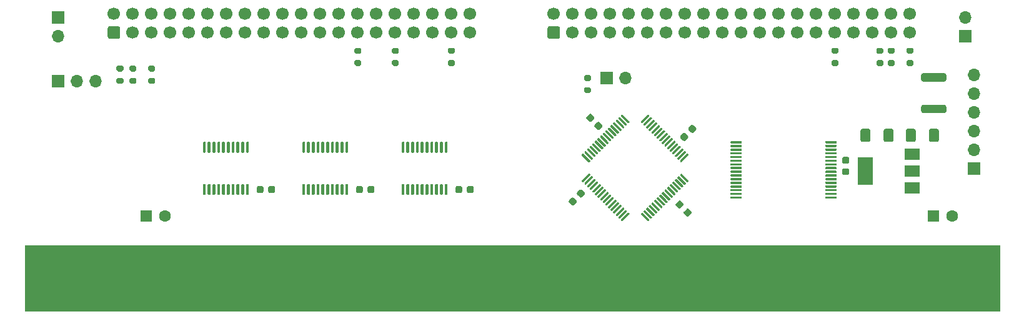
<source format=gts>
G04 #@! TF.GenerationSoftware,KiCad,Pcbnew,6.0.11+dfsg-1~bpo11+1*
G04 #@! TF.CreationDate,2023-07-13T14:06:16+00:00*
G04 #@! TF.ProjectId,RIPPLE,52495050-4c45-42e6-9b69-6361645f7063,rev?*
G04 #@! TF.SameCoordinates,Original*
G04 #@! TF.FileFunction,Soldermask,Top*
G04 #@! TF.FilePolarity,Negative*
%FSLAX46Y46*%
G04 Gerber Fmt 4.6, Leading zero omitted, Abs format (unit mm)*
G04 Created by KiCad (PCBNEW 6.0.11+dfsg-1~bpo11+1) date 2023-07-13 14:06:16*
%MOMM*%
%LPD*%
G01*
G04 APERTURE LIST*
%ADD10C,0.100000*%
%ADD11R,1.700000X1.700000*%
%ADD12O,1.700000X1.700000*%
%ADD13C,1.700000*%
%ADD14R,1.600000X1.600000*%
%ADD15C,1.600000*%
%ADD16R,2.000000X1.500000*%
%ADD17R,2.000000X3.800000*%
%ADD18R,1.524000X6.754000*%
G04 APERTURE END LIST*
G36*
X130670000Y-1133555D02*
G01*
X-1410000Y-1133555D01*
X-1410000Y7756445D01*
X130670000Y7756445D01*
X130670000Y-1133555D01*
G37*
D10*
X130670000Y-1133555D02*
X-1410000Y-1133555D01*
X-1410000Y7756445D01*
X130670000Y7756445D01*
X130670000Y-1133555D01*
D11*
X77465000Y30480000D03*
D12*
X80005000Y30480000D03*
G36*
G01*
X111858400Y22042145D02*
X111858400Y23342145D01*
G75*
G02*
X112108400Y23592145I250000J0D01*
G01*
X112933400Y23592145D01*
G75*
G02*
X113183400Y23342145I0J-250000D01*
G01*
X113183400Y22042145D01*
G75*
G02*
X112933400Y21792145I-250000J0D01*
G01*
X112108400Y21792145D01*
G75*
G02*
X111858400Y22042145I0J250000D01*
G01*
G37*
G36*
G01*
X114983400Y22042145D02*
X114983400Y23342145D01*
G75*
G02*
X115233400Y23592145I250000J0D01*
G01*
X116058400Y23592145D01*
G75*
G02*
X116308400Y23342145I0J-250000D01*
G01*
X116308400Y22042145D01*
G75*
G02*
X116058400Y21792145I-250000J0D01*
G01*
X115233400Y21792145D01*
G75*
G02*
X114983400Y22042145I0J250000D01*
G01*
G37*
G36*
G01*
X48543800Y34559745D02*
X49093800Y34559745D01*
G75*
G02*
X49293800Y34359745I0J-200000D01*
G01*
X49293800Y33959745D01*
G75*
G02*
X49093800Y33759745I-200000J0D01*
G01*
X48543800Y33759745D01*
G75*
G02*
X48343800Y33959745I0J200000D01*
G01*
X48343800Y34359745D01*
G75*
G02*
X48543800Y34559745I200000J0D01*
G01*
G37*
G36*
G01*
X48543800Y32909745D02*
X49093800Y32909745D01*
G75*
G02*
X49293800Y32709745I0J-200000D01*
G01*
X49293800Y32309745D01*
G75*
G02*
X49093800Y32109745I-200000J0D01*
G01*
X48543800Y32109745D01*
G75*
G02*
X48343800Y32309745I0J200000D01*
G01*
X48343800Y32709745D01*
G75*
G02*
X48543800Y32909745I200000J0D01*
G01*
G37*
G36*
G01*
X56675972Y32109745D02*
X56125972Y32109745D01*
G75*
G02*
X55925972Y32309745I0J200000D01*
G01*
X55925972Y32709745D01*
G75*
G02*
X56125972Y32909745I200000J0D01*
G01*
X56675972Y32909745D01*
G75*
G02*
X56875972Y32709745I0J-200000D01*
G01*
X56875972Y32309745D01*
G75*
G02*
X56675972Y32109745I-200000J0D01*
G01*
G37*
G36*
G01*
X56675972Y33759745D02*
X56125972Y33759745D01*
G75*
G02*
X55925972Y33959745I0J200000D01*
G01*
X55925972Y34359745D01*
G75*
G02*
X56125972Y34559745I200000J0D01*
G01*
X56675972Y34559745D01*
G75*
G02*
X56875972Y34359745I0J-200000D01*
G01*
X56875972Y33959745D01*
G75*
G02*
X56675972Y33759745I-200000J0D01*
G01*
G37*
D11*
X3126116Y30052946D03*
D12*
X5666116Y30052946D03*
X8206116Y30052946D03*
G36*
G01*
X56961972Y15101545D02*
X56961972Y15601545D01*
G75*
G02*
X57186972Y15826545I225000J0D01*
G01*
X57636972Y15826545D01*
G75*
G02*
X57861972Y15601545I0J-225000D01*
G01*
X57861972Y15101545D01*
G75*
G02*
X57636972Y14876545I-225000J0D01*
G01*
X57186972Y14876545D01*
G75*
G02*
X56961972Y15101545I0J225000D01*
G01*
G37*
G36*
G01*
X58511972Y15101545D02*
X58511972Y15601545D01*
G75*
G02*
X58736972Y15826545I225000J0D01*
G01*
X59186972Y15826545D01*
G75*
G02*
X59411972Y15601545I0J-225000D01*
G01*
X59411972Y15101545D01*
G75*
G02*
X59186972Y14876545I-225000J0D01*
G01*
X58736972Y14876545D01*
G75*
G02*
X58511972Y15101545I0J225000D01*
G01*
G37*
G36*
G01*
X11280972Y35785845D02*
X10080972Y35785845D01*
G75*
G02*
X9830972Y36035845I0J250000D01*
G01*
X9830972Y37235845D01*
G75*
G02*
X10080972Y37485845I250000J0D01*
G01*
X11280972Y37485845D01*
G75*
G02*
X11530972Y37235845I0J-250000D01*
G01*
X11530972Y36035845D01*
G75*
G02*
X11280972Y35785845I-250000J0D01*
G01*
G37*
D13*
X10680972Y39175845D03*
X13220972Y36635845D03*
X13220972Y39175845D03*
X15760972Y36635845D03*
X15760972Y39175845D03*
X18300972Y36635845D03*
X18300972Y39175845D03*
X20840972Y36635845D03*
X20840972Y39175845D03*
X23380972Y36635845D03*
X23380972Y39175845D03*
X25920972Y36635845D03*
X25920972Y39175845D03*
X28460972Y36635845D03*
X28460972Y39175845D03*
X31000972Y36635845D03*
X31000972Y39175845D03*
X33540972Y36635845D03*
X33540972Y39175845D03*
X36080972Y36635845D03*
X36080972Y39175845D03*
X38620972Y36635845D03*
X38620972Y39175845D03*
X41160972Y36635845D03*
X41160972Y39175845D03*
X43700972Y36635845D03*
X43700972Y39175845D03*
X46240972Y36635845D03*
X46240972Y39175845D03*
X48780972Y36635845D03*
X48780972Y39175845D03*
X51320972Y36635845D03*
X51320972Y39175845D03*
X53860972Y36635845D03*
X53860972Y39175845D03*
X56400972Y36635845D03*
X56400972Y39175845D03*
X58940972Y36635845D03*
X58940972Y39175845D03*
G36*
G01*
X118270800Y34559745D02*
X118820800Y34559745D01*
G75*
G02*
X119020800Y34359745I0J-200000D01*
G01*
X119020800Y33959745D01*
G75*
G02*
X118820800Y33759745I-200000J0D01*
G01*
X118270800Y33759745D01*
G75*
G02*
X118070800Y33959745I0J200000D01*
G01*
X118070800Y34359745D01*
G75*
G02*
X118270800Y34559745I200000J0D01*
G01*
G37*
G36*
G01*
X118270800Y32909745D02*
X118820800Y32909745D01*
G75*
G02*
X119020800Y32709745I0J-200000D01*
G01*
X119020800Y32309745D01*
G75*
G02*
X118820800Y32109745I-200000J0D01*
G01*
X118270800Y32109745D01*
G75*
G02*
X118070800Y32309745I0J200000D01*
G01*
X118070800Y32709745D01*
G75*
G02*
X118270800Y32909745I200000J0D01*
G01*
G37*
G36*
G01*
X15523800Y32146745D02*
X16073800Y32146745D01*
G75*
G02*
X16273800Y31946745I0J-200000D01*
G01*
X16273800Y31546745D01*
G75*
G02*
X16073800Y31346745I-200000J0D01*
G01*
X15523800Y31346745D01*
G75*
G02*
X15323800Y31546745I0J200000D01*
G01*
X15323800Y31946745D01*
G75*
G02*
X15523800Y32146745I200000J0D01*
G01*
G37*
G36*
G01*
X15523800Y30496745D02*
X16073800Y30496745D01*
G75*
G02*
X16273800Y30296745I0J-200000D01*
G01*
X16273800Y29896745D01*
G75*
G02*
X16073800Y29696745I-200000J0D01*
G01*
X15523800Y29696745D01*
G75*
G02*
X15323800Y29896745I0J200000D01*
G01*
X15323800Y30296745D01*
G75*
G02*
X15523800Y30496745I200000J0D01*
G01*
G37*
G36*
G01*
X108110800Y34559745D02*
X108660800Y34559745D01*
G75*
G02*
X108860800Y34359745I0J-200000D01*
G01*
X108860800Y33959745D01*
G75*
G02*
X108660800Y33759745I-200000J0D01*
G01*
X108110800Y33759745D01*
G75*
G02*
X107910800Y33959745I0J200000D01*
G01*
X107910800Y34359745D01*
G75*
G02*
X108110800Y34559745I200000J0D01*
G01*
G37*
G36*
G01*
X108110800Y32909745D02*
X108660800Y32909745D01*
G75*
G02*
X108860800Y32709745I0J-200000D01*
G01*
X108860800Y32309745D01*
G75*
G02*
X108660800Y32109745I-200000J0D01*
G01*
X108110800Y32109745D01*
G75*
G02*
X107910800Y32309745I0J200000D01*
G01*
X107910800Y32709745D01*
G75*
G02*
X108110800Y32909745I200000J0D01*
G01*
G37*
G36*
G01*
X70885800Y35785845D02*
X69685800Y35785845D01*
G75*
G02*
X69435800Y36035845I0J250000D01*
G01*
X69435800Y37235845D01*
G75*
G02*
X69685800Y37485845I250000J0D01*
G01*
X70885800Y37485845D01*
G75*
G02*
X71135800Y37235845I0J-250000D01*
G01*
X71135800Y36035845D01*
G75*
G02*
X70885800Y35785845I-250000J0D01*
G01*
G37*
X70285800Y39175845D03*
X72825800Y36635845D03*
X72825800Y39175845D03*
X75365800Y36635845D03*
X75365800Y39175845D03*
X77905800Y36635845D03*
X77905800Y39175845D03*
X80445800Y36635845D03*
X80445800Y39175845D03*
X82985800Y36635845D03*
X82985800Y39175845D03*
X85525800Y36635845D03*
X85525800Y39175845D03*
X88065800Y36635845D03*
X88065800Y39175845D03*
X90605800Y36635845D03*
X90605800Y39175845D03*
X93145800Y36635845D03*
X93145800Y39175845D03*
X95685800Y36635845D03*
X95685800Y39175845D03*
X98225800Y36635845D03*
X98225800Y39175845D03*
X100765800Y36635845D03*
X100765800Y39175845D03*
X103305800Y36635845D03*
X103305800Y39175845D03*
X105845800Y36635845D03*
X105845800Y39175845D03*
X108385800Y36635845D03*
X108385800Y39175845D03*
X110925800Y36635845D03*
X110925800Y39175845D03*
X113465800Y36635845D03*
X113465800Y39175845D03*
X116005800Y36635845D03*
X116005800Y39175845D03*
X118545800Y36635845D03*
X118545800Y39175845D03*
G36*
G01*
X28673772Y21814045D02*
X28873772Y21814045D01*
G75*
G02*
X28973772Y21714045I0J-100000D01*
G01*
X28973772Y20439045D01*
G75*
G02*
X28873772Y20339045I-100000J0D01*
G01*
X28673772Y20339045D01*
G75*
G02*
X28573772Y20439045I0J100000D01*
G01*
X28573772Y21714045D01*
G75*
G02*
X28673772Y21814045I100000J0D01*
G01*
G37*
G36*
G01*
X28023772Y21814045D02*
X28223772Y21814045D01*
G75*
G02*
X28323772Y21714045I0J-100000D01*
G01*
X28323772Y20439045D01*
G75*
G02*
X28223772Y20339045I-100000J0D01*
G01*
X28023772Y20339045D01*
G75*
G02*
X27923772Y20439045I0J100000D01*
G01*
X27923772Y21714045D01*
G75*
G02*
X28023772Y21814045I100000J0D01*
G01*
G37*
G36*
G01*
X27373772Y21814045D02*
X27573772Y21814045D01*
G75*
G02*
X27673772Y21714045I0J-100000D01*
G01*
X27673772Y20439045D01*
G75*
G02*
X27573772Y20339045I-100000J0D01*
G01*
X27373772Y20339045D01*
G75*
G02*
X27273772Y20439045I0J100000D01*
G01*
X27273772Y21714045D01*
G75*
G02*
X27373772Y21814045I100000J0D01*
G01*
G37*
G36*
G01*
X26723772Y21814045D02*
X26923772Y21814045D01*
G75*
G02*
X27023772Y21714045I0J-100000D01*
G01*
X27023772Y20439045D01*
G75*
G02*
X26923772Y20339045I-100000J0D01*
G01*
X26723772Y20339045D01*
G75*
G02*
X26623772Y20439045I0J100000D01*
G01*
X26623772Y21714045D01*
G75*
G02*
X26723772Y21814045I100000J0D01*
G01*
G37*
G36*
G01*
X26073772Y21814045D02*
X26273772Y21814045D01*
G75*
G02*
X26373772Y21714045I0J-100000D01*
G01*
X26373772Y20439045D01*
G75*
G02*
X26273772Y20339045I-100000J0D01*
G01*
X26073772Y20339045D01*
G75*
G02*
X25973772Y20439045I0J100000D01*
G01*
X25973772Y21714045D01*
G75*
G02*
X26073772Y21814045I100000J0D01*
G01*
G37*
G36*
G01*
X25423772Y21814045D02*
X25623772Y21814045D01*
G75*
G02*
X25723772Y21714045I0J-100000D01*
G01*
X25723772Y20439045D01*
G75*
G02*
X25623772Y20339045I-100000J0D01*
G01*
X25423772Y20339045D01*
G75*
G02*
X25323772Y20439045I0J100000D01*
G01*
X25323772Y21714045D01*
G75*
G02*
X25423772Y21814045I100000J0D01*
G01*
G37*
G36*
G01*
X24773772Y21814045D02*
X24973772Y21814045D01*
G75*
G02*
X25073772Y21714045I0J-100000D01*
G01*
X25073772Y20439045D01*
G75*
G02*
X24973772Y20339045I-100000J0D01*
G01*
X24773772Y20339045D01*
G75*
G02*
X24673772Y20439045I0J100000D01*
G01*
X24673772Y21714045D01*
G75*
G02*
X24773772Y21814045I100000J0D01*
G01*
G37*
G36*
G01*
X24123772Y21814045D02*
X24323772Y21814045D01*
G75*
G02*
X24423772Y21714045I0J-100000D01*
G01*
X24423772Y20439045D01*
G75*
G02*
X24323772Y20339045I-100000J0D01*
G01*
X24123772Y20339045D01*
G75*
G02*
X24023772Y20439045I0J100000D01*
G01*
X24023772Y21714045D01*
G75*
G02*
X24123772Y21814045I100000J0D01*
G01*
G37*
G36*
G01*
X23473772Y21814045D02*
X23673772Y21814045D01*
G75*
G02*
X23773772Y21714045I0J-100000D01*
G01*
X23773772Y20439045D01*
G75*
G02*
X23673772Y20339045I-100000J0D01*
G01*
X23473772Y20339045D01*
G75*
G02*
X23373772Y20439045I0J100000D01*
G01*
X23373772Y21714045D01*
G75*
G02*
X23473772Y21814045I100000J0D01*
G01*
G37*
G36*
G01*
X22823772Y21814045D02*
X23023772Y21814045D01*
G75*
G02*
X23123772Y21714045I0J-100000D01*
G01*
X23123772Y20439045D01*
G75*
G02*
X23023772Y20339045I-100000J0D01*
G01*
X22823772Y20339045D01*
G75*
G02*
X22723772Y20439045I0J100000D01*
G01*
X22723772Y21714045D01*
G75*
G02*
X22823772Y21814045I100000J0D01*
G01*
G37*
G36*
G01*
X22823772Y16089045D02*
X23023772Y16089045D01*
G75*
G02*
X23123772Y15989045I0J-100000D01*
G01*
X23123772Y14714045D01*
G75*
G02*
X23023772Y14614045I-100000J0D01*
G01*
X22823772Y14614045D01*
G75*
G02*
X22723772Y14714045I0J100000D01*
G01*
X22723772Y15989045D01*
G75*
G02*
X22823772Y16089045I100000J0D01*
G01*
G37*
G36*
G01*
X23473772Y16089045D02*
X23673772Y16089045D01*
G75*
G02*
X23773772Y15989045I0J-100000D01*
G01*
X23773772Y14714045D01*
G75*
G02*
X23673772Y14614045I-100000J0D01*
G01*
X23473772Y14614045D01*
G75*
G02*
X23373772Y14714045I0J100000D01*
G01*
X23373772Y15989045D01*
G75*
G02*
X23473772Y16089045I100000J0D01*
G01*
G37*
G36*
G01*
X24123772Y16089045D02*
X24323772Y16089045D01*
G75*
G02*
X24423772Y15989045I0J-100000D01*
G01*
X24423772Y14714045D01*
G75*
G02*
X24323772Y14614045I-100000J0D01*
G01*
X24123772Y14614045D01*
G75*
G02*
X24023772Y14714045I0J100000D01*
G01*
X24023772Y15989045D01*
G75*
G02*
X24123772Y16089045I100000J0D01*
G01*
G37*
G36*
G01*
X24773772Y16089045D02*
X24973772Y16089045D01*
G75*
G02*
X25073772Y15989045I0J-100000D01*
G01*
X25073772Y14714045D01*
G75*
G02*
X24973772Y14614045I-100000J0D01*
G01*
X24773772Y14614045D01*
G75*
G02*
X24673772Y14714045I0J100000D01*
G01*
X24673772Y15989045D01*
G75*
G02*
X24773772Y16089045I100000J0D01*
G01*
G37*
G36*
G01*
X25423772Y16089045D02*
X25623772Y16089045D01*
G75*
G02*
X25723772Y15989045I0J-100000D01*
G01*
X25723772Y14714045D01*
G75*
G02*
X25623772Y14614045I-100000J0D01*
G01*
X25423772Y14614045D01*
G75*
G02*
X25323772Y14714045I0J100000D01*
G01*
X25323772Y15989045D01*
G75*
G02*
X25423772Y16089045I100000J0D01*
G01*
G37*
G36*
G01*
X26073772Y16089045D02*
X26273772Y16089045D01*
G75*
G02*
X26373772Y15989045I0J-100000D01*
G01*
X26373772Y14714045D01*
G75*
G02*
X26273772Y14614045I-100000J0D01*
G01*
X26073772Y14614045D01*
G75*
G02*
X25973772Y14714045I0J100000D01*
G01*
X25973772Y15989045D01*
G75*
G02*
X26073772Y16089045I100000J0D01*
G01*
G37*
G36*
G01*
X26723772Y16089045D02*
X26923772Y16089045D01*
G75*
G02*
X27023772Y15989045I0J-100000D01*
G01*
X27023772Y14714045D01*
G75*
G02*
X26923772Y14614045I-100000J0D01*
G01*
X26723772Y14614045D01*
G75*
G02*
X26623772Y14714045I0J100000D01*
G01*
X26623772Y15989045D01*
G75*
G02*
X26723772Y16089045I100000J0D01*
G01*
G37*
G36*
G01*
X27373772Y16089045D02*
X27573772Y16089045D01*
G75*
G02*
X27673772Y15989045I0J-100000D01*
G01*
X27673772Y14714045D01*
G75*
G02*
X27573772Y14614045I-100000J0D01*
G01*
X27373772Y14614045D01*
G75*
G02*
X27273772Y14714045I0J100000D01*
G01*
X27273772Y15989045D01*
G75*
G02*
X27373772Y16089045I100000J0D01*
G01*
G37*
G36*
G01*
X28023772Y16089045D02*
X28223772Y16089045D01*
G75*
G02*
X28323772Y15989045I0J-100000D01*
G01*
X28323772Y14714045D01*
G75*
G02*
X28223772Y14614045I-100000J0D01*
G01*
X28023772Y14614045D01*
G75*
G02*
X27923772Y14714045I0J100000D01*
G01*
X27923772Y15989045D01*
G75*
G02*
X28023772Y16089045I100000J0D01*
G01*
G37*
G36*
G01*
X28673772Y16089045D02*
X28873772Y16089045D01*
G75*
G02*
X28973772Y15989045I0J-100000D01*
G01*
X28973772Y14714045D01*
G75*
G02*
X28873772Y14614045I-100000J0D01*
G01*
X28673772Y14614045D01*
G75*
G02*
X28573772Y14714045I0J100000D01*
G01*
X28573772Y15989045D01*
G75*
G02*
X28673772Y16089045I100000J0D01*
G01*
G37*
G36*
G01*
X115730800Y34559745D02*
X116280800Y34559745D01*
G75*
G02*
X116480800Y34359745I0J-200000D01*
G01*
X116480800Y33959745D01*
G75*
G02*
X116280800Y33759745I-200000J0D01*
G01*
X115730800Y33759745D01*
G75*
G02*
X115530800Y33959745I0J200000D01*
G01*
X115530800Y34359745D01*
G75*
G02*
X115730800Y34559745I200000J0D01*
G01*
G37*
G36*
G01*
X115730800Y32909745D02*
X116280800Y32909745D01*
G75*
G02*
X116480800Y32709745I0J-200000D01*
G01*
X116480800Y32309745D01*
G75*
G02*
X116280800Y32109745I-200000J0D01*
G01*
X115730800Y32109745D01*
G75*
G02*
X115530800Y32309745I0J200000D01*
G01*
X115530800Y32709745D01*
G75*
G02*
X115730800Y32909745I200000J0D01*
G01*
G37*
G36*
G01*
X74194271Y16345679D02*
X74088205Y16451745D01*
G75*
G02*
X74088205Y16557811I53033J53033D01*
G01*
X75025121Y17494727D01*
G75*
G02*
X75131187Y17494727I53033J-53033D01*
G01*
X75237253Y17388661D01*
G75*
G02*
X75237253Y17282595I-53033J-53033D01*
G01*
X74300337Y16345679D01*
G75*
G02*
X74194271Y16345679I-53033J53033D01*
G01*
G37*
G36*
G01*
X74547825Y15992126D02*
X74441759Y16098192D01*
G75*
G02*
X74441759Y16204258I53033J53033D01*
G01*
X75378675Y17141174D01*
G75*
G02*
X75484741Y17141174I53033J-53033D01*
G01*
X75590807Y17035108D01*
G75*
G02*
X75590807Y16929042I-53033J-53033D01*
G01*
X74653891Y15992126D01*
G75*
G02*
X74547825Y15992126I-53033J53033D01*
G01*
G37*
G36*
G01*
X74901378Y15638572D02*
X74795312Y15744638D01*
G75*
G02*
X74795312Y15850704I53033J53033D01*
G01*
X75732228Y16787620D01*
G75*
G02*
X75838294Y16787620I53033J-53033D01*
G01*
X75944360Y16681554D01*
G75*
G02*
X75944360Y16575488I-53033J-53033D01*
G01*
X75007444Y15638572D01*
G75*
G02*
X74901378Y15638572I-53033J53033D01*
G01*
G37*
G36*
G01*
X75254932Y15285019D02*
X75148866Y15391085D01*
G75*
G02*
X75148866Y15497151I53033J53033D01*
G01*
X76085782Y16434067D01*
G75*
G02*
X76191848Y16434067I53033J-53033D01*
G01*
X76297914Y16328001D01*
G75*
G02*
X76297914Y16221935I-53033J-53033D01*
G01*
X75360998Y15285019D01*
G75*
G02*
X75254932Y15285019I-53033J53033D01*
G01*
G37*
G36*
G01*
X75608485Y14931466D02*
X75502419Y15037532D01*
G75*
G02*
X75502419Y15143598I53033J53033D01*
G01*
X76439335Y16080514D01*
G75*
G02*
X76545401Y16080514I53033J-53033D01*
G01*
X76651467Y15974448D01*
G75*
G02*
X76651467Y15868382I-53033J-53033D01*
G01*
X75714551Y14931466D01*
G75*
G02*
X75608485Y14931466I-53033J53033D01*
G01*
G37*
G36*
G01*
X75962038Y14577912D02*
X75855972Y14683978D01*
G75*
G02*
X75855972Y14790044I53033J53033D01*
G01*
X76792888Y15726960D01*
G75*
G02*
X76898954Y15726960I53033J-53033D01*
G01*
X77005020Y15620894D01*
G75*
G02*
X77005020Y15514828I-53033J-53033D01*
G01*
X76068104Y14577912D01*
G75*
G02*
X75962038Y14577912I-53033J53033D01*
G01*
G37*
G36*
G01*
X76315592Y14224359D02*
X76209526Y14330425D01*
G75*
G02*
X76209526Y14436491I53033J53033D01*
G01*
X77146442Y15373407D01*
G75*
G02*
X77252508Y15373407I53033J-53033D01*
G01*
X77358574Y15267341D01*
G75*
G02*
X77358574Y15161275I-53033J-53033D01*
G01*
X76421658Y14224359D01*
G75*
G02*
X76315592Y14224359I-53033J53033D01*
G01*
G37*
G36*
G01*
X76669145Y13870806D02*
X76563079Y13976872D01*
G75*
G02*
X76563079Y14082938I53033J53033D01*
G01*
X77499995Y15019854D01*
G75*
G02*
X77606061Y15019854I53033J-53033D01*
G01*
X77712127Y14913788D01*
G75*
G02*
X77712127Y14807722I-53033J-53033D01*
G01*
X76775211Y13870806D01*
G75*
G02*
X76669145Y13870806I-53033J53033D01*
G01*
G37*
G36*
G01*
X77022699Y13517252D02*
X76916633Y13623318D01*
G75*
G02*
X76916633Y13729384I53033J53033D01*
G01*
X77853549Y14666300D01*
G75*
G02*
X77959615Y14666300I53033J-53033D01*
G01*
X78065681Y14560234D01*
G75*
G02*
X78065681Y14454168I-53033J-53033D01*
G01*
X77128765Y13517252D01*
G75*
G02*
X77022699Y13517252I-53033J53033D01*
G01*
G37*
G36*
G01*
X77376252Y13163699D02*
X77270186Y13269765D01*
G75*
G02*
X77270186Y13375831I53033J53033D01*
G01*
X78207102Y14312747D01*
G75*
G02*
X78313168Y14312747I53033J-53033D01*
G01*
X78419234Y14206681D01*
G75*
G02*
X78419234Y14100615I-53033J-53033D01*
G01*
X77482318Y13163699D01*
G75*
G02*
X77376252Y13163699I-53033J53033D01*
G01*
G37*
G36*
G01*
X77729805Y12810145D02*
X77623739Y12916211D01*
G75*
G02*
X77623739Y13022277I53033J53033D01*
G01*
X78560655Y13959193D01*
G75*
G02*
X78666721Y13959193I53033J-53033D01*
G01*
X78772787Y13853127D01*
G75*
G02*
X78772787Y13747061I-53033J-53033D01*
G01*
X77835871Y12810145D01*
G75*
G02*
X77729805Y12810145I-53033J53033D01*
G01*
G37*
G36*
G01*
X78083359Y12456592D02*
X77977293Y12562658D01*
G75*
G02*
X77977293Y12668724I53033J53033D01*
G01*
X78914209Y13605640D01*
G75*
G02*
X79020275Y13605640I53033J-53033D01*
G01*
X79126341Y13499574D01*
G75*
G02*
X79126341Y13393508I-53033J-53033D01*
G01*
X78189425Y12456592D01*
G75*
G02*
X78083359Y12456592I-53033J53033D01*
G01*
G37*
G36*
G01*
X78436912Y12103039D02*
X78330846Y12209105D01*
G75*
G02*
X78330846Y12315171I53033J53033D01*
G01*
X79267762Y13252087D01*
G75*
G02*
X79373828Y13252087I53033J-53033D01*
G01*
X79479894Y13146021D01*
G75*
G02*
X79479894Y13039955I-53033J-53033D01*
G01*
X78542978Y12103039D01*
G75*
G02*
X78436912Y12103039I-53033J53033D01*
G01*
G37*
G36*
G01*
X78790465Y11749485D02*
X78684399Y11855551D01*
G75*
G02*
X78684399Y11961617I53033J53033D01*
G01*
X79621315Y12898533D01*
G75*
G02*
X79727381Y12898533I53033J-53033D01*
G01*
X79833447Y12792467D01*
G75*
G02*
X79833447Y12686401I-53033J-53033D01*
G01*
X78896531Y11749485D01*
G75*
G02*
X78790465Y11749485I-53033J53033D01*
G01*
G37*
G36*
G01*
X79144019Y11395932D02*
X79037953Y11501998D01*
G75*
G02*
X79037953Y11608064I53033J53033D01*
G01*
X79974869Y12544980D01*
G75*
G02*
X80080935Y12544980I53033J-53033D01*
G01*
X80187001Y12438914D01*
G75*
G02*
X80187001Y12332848I-53033J-53033D01*
G01*
X79250085Y11395932D01*
G75*
G02*
X79144019Y11395932I-53033J53033D01*
G01*
G37*
G36*
G01*
X79497572Y11042378D02*
X79391506Y11148444D01*
G75*
G02*
X79391506Y11254510I53033J53033D01*
G01*
X80328422Y12191426D01*
G75*
G02*
X80434488Y12191426I53033J-53033D01*
G01*
X80540554Y12085360D01*
G75*
G02*
X80540554Y11979294I-53033J-53033D01*
G01*
X79603638Y11042378D01*
G75*
G02*
X79497572Y11042378I-53033J53033D01*
G01*
G37*
G36*
G01*
X83033106Y11042378D02*
X82096190Y11979294D01*
G75*
G02*
X82096190Y12085360I53033J53033D01*
G01*
X82202256Y12191426D01*
G75*
G02*
X82308322Y12191426I53033J-53033D01*
G01*
X83245238Y11254510D01*
G75*
G02*
X83245238Y11148444I-53033J-53033D01*
G01*
X83139172Y11042378D01*
G75*
G02*
X83033106Y11042378I-53033J53033D01*
G01*
G37*
G36*
G01*
X83386659Y11395932D02*
X82449743Y12332848D01*
G75*
G02*
X82449743Y12438914I53033J53033D01*
G01*
X82555809Y12544980D01*
G75*
G02*
X82661875Y12544980I53033J-53033D01*
G01*
X83598791Y11608064D01*
G75*
G02*
X83598791Y11501998I-53033J-53033D01*
G01*
X83492725Y11395932D01*
G75*
G02*
X83386659Y11395932I-53033J53033D01*
G01*
G37*
G36*
G01*
X83740213Y11749485D02*
X82803297Y12686401D01*
G75*
G02*
X82803297Y12792467I53033J53033D01*
G01*
X82909363Y12898533D01*
G75*
G02*
X83015429Y12898533I53033J-53033D01*
G01*
X83952345Y11961617D01*
G75*
G02*
X83952345Y11855551I-53033J-53033D01*
G01*
X83846279Y11749485D01*
G75*
G02*
X83740213Y11749485I-53033J53033D01*
G01*
G37*
G36*
G01*
X84093766Y12103039D02*
X83156850Y13039955D01*
G75*
G02*
X83156850Y13146021I53033J53033D01*
G01*
X83262916Y13252087D01*
G75*
G02*
X83368982Y13252087I53033J-53033D01*
G01*
X84305898Y12315171D01*
G75*
G02*
X84305898Y12209105I-53033J-53033D01*
G01*
X84199832Y12103039D01*
G75*
G02*
X84093766Y12103039I-53033J53033D01*
G01*
G37*
G36*
G01*
X84447319Y12456592D02*
X83510403Y13393508D01*
G75*
G02*
X83510403Y13499574I53033J53033D01*
G01*
X83616469Y13605640D01*
G75*
G02*
X83722535Y13605640I53033J-53033D01*
G01*
X84659451Y12668724D01*
G75*
G02*
X84659451Y12562658I-53033J-53033D01*
G01*
X84553385Y12456592D01*
G75*
G02*
X84447319Y12456592I-53033J53033D01*
G01*
G37*
G36*
G01*
X84800873Y12810145D02*
X83863957Y13747061D01*
G75*
G02*
X83863957Y13853127I53033J53033D01*
G01*
X83970023Y13959193D01*
G75*
G02*
X84076089Y13959193I53033J-53033D01*
G01*
X85013005Y13022277D01*
G75*
G02*
X85013005Y12916211I-53033J-53033D01*
G01*
X84906939Y12810145D01*
G75*
G02*
X84800873Y12810145I-53033J53033D01*
G01*
G37*
G36*
G01*
X85154426Y13163699D02*
X84217510Y14100615D01*
G75*
G02*
X84217510Y14206681I53033J53033D01*
G01*
X84323576Y14312747D01*
G75*
G02*
X84429642Y14312747I53033J-53033D01*
G01*
X85366558Y13375831D01*
G75*
G02*
X85366558Y13269765I-53033J-53033D01*
G01*
X85260492Y13163699D01*
G75*
G02*
X85154426Y13163699I-53033J53033D01*
G01*
G37*
G36*
G01*
X85507979Y13517252D02*
X84571063Y14454168D01*
G75*
G02*
X84571063Y14560234I53033J53033D01*
G01*
X84677129Y14666300D01*
G75*
G02*
X84783195Y14666300I53033J-53033D01*
G01*
X85720111Y13729384D01*
G75*
G02*
X85720111Y13623318I-53033J-53033D01*
G01*
X85614045Y13517252D01*
G75*
G02*
X85507979Y13517252I-53033J53033D01*
G01*
G37*
G36*
G01*
X85861533Y13870806D02*
X84924617Y14807722D01*
G75*
G02*
X84924617Y14913788I53033J53033D01*
G01*
X85030683Y15019854D01*
G75*
G02*
X85136749Y15019854I53033J-53033D01*
G01*
X86073665Y14082938D01*
G75*
G02*
X86073665Y13976872I-53033J-53033D01*
G01*
X85967599Y13870806D01*
G75*
G02*
X85861533Y13870806I-53033J53033D01*
G01*
G37*
G36*
G01*
X86215086Y14224359D02*
X85278170Y15161275D01*
G75*
G02*
X85278170Y15267341I53033J53033D01*
G01*
X85384236Y15373407D01*
G75*
G02*
X85490302Y15373407I53033J-53033D01*
G01*
X86427218Y14436491D01*
G75*
G02*
X86427218Y14330425I-53033J-53033D01*
G01*
X86321152Y14224359D01*
G75*
G02*
X86215086Y14224359I-53033J53033D01*
G01*
G37*
G36*
G01*
X86568640Y14577912D02*
X85631724Y15514828D01*
G75*
G02*
X85631724Y15620894I53033J53033D01*
G01*
X85737790Y15726960D01*
G75*
G02*
X85843856Y15726960I53033J-53033D01*
G01*
X86780772Y14790044D01*
G75*
G02*
X86780772Y14683978I-53033J-53033D01*
G01*
X86674706Y14577912D01*
G75*
G02*
X86568640Y14577912I-53033J53033D01*
G01*
G37*
G36*
G01*
X86922193Y14931466D02*
X85985277Y15868382D01*
G75*
G02*
X85985277Y15974448I53033J53033D01*
G01*
X86091343Y16080514D01*
G75*
G02*
X86197409Y16080514I53033J-53033D01*
G01*
X87134325Y15143598D01*
G75*
G02*
X87134325Y15037532I-53033J-53033D01*
G01*
X87028259Y14931466D01*
G75*
G02*
X86922193Y14931466I-53033J53033D01*
G01*
G37*
G36*
G01*
X87275746Y15285019D02*
X86338830Y16221935D01*
G75*
G02*
X86338830Y16328001I53033J53033D01*
G01*
X86444896Y16434067D01*
G75*
G02*
X86550962Y16434067I53033J-53033D01*
G01*
X87487878Y15497151D01*
G75*
G02*
X87487878Y15391085I-53033J-53033D01*
G01*
X87381812Y15285019D01*
G75*
G02*
X87275746Y15285019I-53033J53033D01*
G01*
G37*
G36*
G01*
X87629300Y15638572D02*
X86692384Y16575488D01*
G75*
G02*
X86692384Y16681554I53033J53033D01*
G01*
X86798450Y16787620D01*
G75*
G02*
X86904516Y16787620I53033J-53033D01*
G01*
X87841432Y15850704D01*
G75*
G02*
X87841432Y15744638I-53033J-53033D01*
G01*
X87735366Y15638572D01*
G75*
G02*
X87629300Y15638572I-53033J53033D01*
G01*
G37*
G36*
G01*
X87982853Y15992126D02*
X87045937Y16929042D01*
G75*
G02*
X87045937Y17035108I53033J53033D01*
G01*
X87152003Y17141174D01*
G75*
G02*
X87258069Y17141174I53033J-53033D01*
G01*
X88194985Y16204258D01*
G75*
G02*
X88194985Y16098192I-53033J-53033D01*
G01*
X88088919Y15992126D01*
G75*
G02*
X87982853Y15992126I-53033J53033D01*
G01*
G37*
G36*
G01*
X88336407Y16345679D02*
X87399491Y17282595D01*
G75*
G02*
X87399491Y17388661I53033J53033D01*
G01*
X87505557Y17494727D01*
G75*
G02*
X87611623Y17494727I53033J-53033D01*
G01*
X88548539Y16557811D01*
G75*
G02*
X88548539Y16451745I-53033J-53033D01*
G01*
X88442473Y16345679D01*
G75*
G02*
X88336407Y16345679I-53033J53033D01*
G01*
G37*
G36*
G01*
X87505557Y19050363D02*
X87399491Y19156429D01*
G75*
G02*
X87399491Y19262495I53033J53033D01*
G01*
X88336407Y20199411D01*
G75*
G02*
X88442473Y20199411I53033J-53033D01*
G01*
X88548539Y20093345D01*
G75*
G02*
X88548539Y19987279I-53033J-53033D01*
G01*
X87611623Y19050363D01*
G75*
G02*
X87505557Y19050363I-53033J53033D01*
G01*
G37*
G36*
G01*
X87152003Y19403916D02*
X87045937Y19509982D01*
G75*
G02*
X87045937Y19616048I53033J53033D01*
G01*
X87982853Y20552964D01*
G75*
G02*
X88088919Y20552964I53033J-53033D01*
G01*
X88194985Y20446898D01*
G75*
G02*
X88194985Y20340832I-53033J-53033D01*
G01*
X87258069Y19403916D01*
G75*
G02*
X87152003Y19403916I-53033J53033D01*
G01*
G37*
G36*
G01*
X86798450Y19757470D02*
X86692384Y19863536D01*
G75*
G02*
X86692384Y19969602I53033J53033D01*
G01*
X87629300Y20906518D01*
G75*
G02*
X87735366Y20906518I53033J-53033D01*
G01*
X87841432Y20800452D01*
G75*
G02*
X87841432Y20694386I-53033J-53033D01*
G01*
X86904516Y19757470D01*
G75*
G02*
X86798450Y19757470I-53033J53033D01*
G01*
G37*
G36*
G01*
X86444896Y20111023D02*
X86338830Y20217089D01*
G75*
G02*
X86338830Y20323155I53033J53033D01*
G01*
X87275746Y21260071D01*
G75*
G02*
X87381812Y21260071I53033J-53033D01*
G01*
X87487878Y21154005D01*
G75*
G02*
X87487878Y21047939I-53033J-53033D01*
G01*
X86550962Y20111023D01*
G75*
G02*
X86444896Y20111023I-53033J53033D01*
G01*
G37*
G36*
G01*
X86091343Y20464576D02*
X85985277Y20570642D01*
G75*
G02*
X85985277Y20676708I53033J53033D01*
G01*
X86922193Y21613624D01*
G75*
G02*
X87028259Y21613624I53033J-53033D01*
G01*
X87134325Y21507558D01*
G75*
G02*
X87134325Y21401492I-53033J-53033D01*
G01*
X86197409Y20464576D01*
G75*
G02*
X86091343Y20464576I-53033J53033D01*
G01*
G37*
G36*
G01*
X85737790Y20818130D02*
X85631724Y20924196D01*
G75*
G02*
X85631724Y21030262I53033J53033D01*
G01*
X86568640Y21967178D01*
G75*
G02*
X86674706Y21967178I53033J-53033D01*
G01*
X86780772Y21861112D01*
G75*
G02*
X86780772Y21755046I-53033J-53033D01*
G01*
X85843856Y20818130D01*
G75*
G02*
X85737790Y20818130I-53033J53033D01*
G01*
G37*
G36*
G01*
X85384236Y21171683D02*
X85278170Y21277749D01*
G75*
G02*
X85278170Y21383815I53033J53033D01*
G01*
X86215086Y22320731D01*
G75*
G02*
X86321152Y22320731I53033J-53033D01*
G01*
X86427218Y22214665D01*
G75*
G02*
X86427218Y22108599I-53033J-53033D01*
G01*
X85490302Y21171683D01*
G75*
G02*
X85384236Y21171683I-53033J53033D01*
G01*
G37*
G36*
G01*
X85030683Y21525236D02*
X84924617Y21631302D01*
G75*
G02*
X84924617Y21737368I53033J53033D01*
G01*
X85861533Y22674284D01*
G75*
G02*
X85967599Y22674284I53033J-53033D01*
G01*
X86073665Y22568218D01*
G75*
G02*
X86073665Y22462152I-53033J-53033D01*
G01*
X85136749Y21525236D01*
G75*
G02*
X85030683Y21525236I-53033J53033D01*
G01*
G37*
G36*
G01*
X84677129Y21878790D02*
X84571063Y21984856D01*
G75*
G02*
X84571063Y22090922I53033J53033D01*
G01*
X85507979Y23027838D01*
G75*
G02*
X85614045Y23027838I53033J-53033D01*
G01*
X85720111Y22921772D01*
G75*
G02*
X85720111Y22815706I-53033J-53033D01*
G01*
X84783195Y21878790D01*
G75*
G02*
X84677129Y21878790I-53033J53033D01*
G01*
G37*
G36*
G01*
X84323576Y22232343D02*
X84217510Y22338409D01*
G75*
G02*
X84217510Y22444475I53033J53033D01*
G01*
X85154426Y23381391D01*
G75*
G02*
X85260492Y23381391I53033J-53033D01*
G01*
X85366558Y23275325D01*
G75*
G02*
X85366558Y23169259I-53033J-53033D01*
G01*
X84429642Y22232343D01*
G75*
G02*
X84323576Y22232343I-53033J53033D01*
G01*
G37*
G36*
G01*
X83970023Y22585897D02*
X83863957Y22691963D01*
G75*
G02*
X83863957Y22798029I53033J53033D01*
G01*
X84800873Y23734945D01*
G75*
G02*
X84906939Y23734945I53033J-53033D01*
G01*
X85013005Y23628879D01*
G75*
G02*
X85013005Y23522813I-53033J-53033D01*
G01*
X84076089Y22585897D01*
G75*
G02*
X83970023Y22585897I-53033J53033D01*
G01*
G37*
G36*
G01*
X83616469Y22939450D02*
X83510403Y23045516D01*
G75*
G02*
X83510403Y23151582I53033J53033D01*
G01*
X84447319Y24088498D01*
G75*
G02*
X84553385Y24088498I53033J-53033D01*
G01*
X84659451Y23982432D01*
G75*
G02*
X84659451Y23876366I-53033J-53033D01*
G01*
X83722535Y22939450D01*
G75*
G02*
X83616469Y22939450I-53033J53033D01*
G01*
G37*
G36*
G01*
X83262916Y23293003D02*
X83156850Y23399069D01*
G75*
G02*
X83156850Y23505135I53033J53033D01*
G01*
X84093766Y24442051D01*
G75*
G02*
X84199832Y24442051I53033J-53033D01*
G01*
X84305898Y24335985D01*
G75*
G02*
X84305898Y24229919I-53033J-53033D01*
G01*
X83368982Y23293003D01*
G75*
G02*
X83262916Y23293003I-53033J53033D01*
G01*
G37*
G36*
G01*
X82909363Y23646557D02*
X82803297Y23752623D01*
G75*
G02*
X82803297Y23858689I53033J53033D01*
G01*
X83740213Y24795605D01*
G75*
G02*
X83846279Y24795605I53033J-53033D01*
G01*
X83952345Y24689539D01*
G75*
G02*
X83952345Y24583473I-53033J-53033D01*
G01*
X83015429Y23646557D01*
G75*
G02*
X82909363Y23646557I-53033J53033D01*
G01*
G37*
G36*
G01*
X82555809Y24000110D02*
X82449743Y24106176D01*
G75*
G02*
X82449743Y24212242I53033J53033D01*
G01*
X83386659Y25149158D01*
G75*
G02*
X83492725Y25149158I53033J-53033D01*
G01*
X83598791Y25043092D01*
G75*
G02*
X83598791Y24937026I-53033J-53033D01*
G01*
X82661875Y24000110D01*
G75*
G02*
X82555809Y24000110I-53033J53033D01*
G01*
G37*
G36*
G01*
X82202256Y24353664D02*
X82096190Y24459730D01*
G75*
G02*
X82096190Y24565796I53033J53033D01*
G01*
X83033106Y25502712D01*
G75*
G02*
X83139172Y25502712I53033J-53033D01*
G01*
X83245238Y25396646D01*
G75*
G02*
X83245238Y25290580I-53033J-53033D01*
G01*
X82308322Y24353664D01*
G75*
G02*
X82202256Y24353664I-53033J53033D01*
G01*
G37*
G36*
G01*
X80328422Y24353664D02*
X79391506Y25290580D01*
G75*
G02*
X79391506Y25396646I53033J53033D01*
G01*
X79497572Y25502712D01*
G75*
G02*
X79603638Y25502712I53033J-53033D01*
G01*
X80540554Y24565796D01*
G75*
G02*
X80540554Y24459730I-53033J-53033D01*
G01*
X80434488Y24353664D01*
G75*
G02*
X80328422Y24353664I-53033J53033D01*
G01*
G37*
G36*
G01*
X79974869Y24000110D02*
X79037953Y24937026D01*
G75*
G02*
X79037953Y25043092I53033J53033D01*
G01*
X79144019Y25149158D01*
G75*
G02*
X79250085Y25149158I53033J-53033D01*
G01*
X80187001Y24212242D01*
G75*
G02*
X80187001Y24106176I-53033J-53033D01*
G01*
X80080935Y24000110D01*
G75*
G02*
X79974869Y24000110I-53033J53033D01*
G01*
G37*
G36*
G01*
X79621315Y23646557D02*
X78684399Y24583473D01*
G75*
G02*
X78684399Y24689539I53033J53033D01*
G01*
X78790465Y24795605D01*
G75*
G02*
X78896531Y24795605I53033J-53033D01*
G01*
X79833447Y23858689D01*
G75*
G02*
X79833447Y23752623I-53033J-53033D01*
G01*
X79727381Y23646557D01*
G75*
G02*
X79621315Y23646557I-53033J53033D01*
G01*
G37*
G36*
G01*
X79267762Y23293003D02*
X78330846Y24229919D01*
G75*
G02*
X78330846Y24335985I53033J53033D01*
G01*
X78436912Y24442051D01*
G75*
G02*
X78542978Y24442051I53033J-53033D01*
G01*
X79479894Y23505135D01*
G75*
G02*
X79479894Y23399069I-53033J-53033D01*
G01*
X79373828Y23293003D01*
G75*
G02*
X79267762Y23293003I-53033J53033D01*
G01*
G37*
G36*
G01*
X78914209Y22939450D02*
X77977293Y23876366D01*
G75*
G02*
X77977293Y23982432I53033J53033D01*
G01*
X78083359Y24088498D01*
G75*
G02*
X78189425Y24088498I53033J-53033D01*
G01*
X79126341Y23151582D01*
G75*
G02*
X79126341Y23045516I-53033J-53033D01*
G01*
X79020275Y22939450D01*
G75*
G02*
X78914209Y22939450I-53033J53033D01*
G01*
G37*
G36*
G01*
X78560655Y22585897D02*
X77623739Y23522813D01*
G75*
G02*
X77623739Y23628879I53033J53033D01*
G01*
X77729805Y23734945D01*
G75*
G02*
X77835871Y23734945I53033J-53033D01*
G01*
X78772787Y22798029D01*
G75*
G02*
X78772787Y22691963I-53033J-53033D01*
G01*
X78666721Y22585897D01*
G75*
G02*
X78560655Y22585897I-53033J53033D01*
G01*
G37*
G36*
G01*
X78207102Y22232343D02*
X77270186Y23169259D01*
G75*
G02*
X77270186Y23275325I53033J53033D01*
G01*
X77376252Y23381391D01*
G75*
G02*
X77482318Y23381391I53033J-53033D01*
G01*
X78419234Y22444475D01*
G75*
G02*
X78419234Y22338409I-53033J-53033D01*
G01*
X78313168Y22232343D01*
G75*
G02*
X78207102Y22232343I-53033J53033D01*
G01*
G37*
G36*
G01*
X77853549Y21878790D02*
X76916633Y22815706D01*
G75*
G02*
X76916633Y22921772I53033J53033D01*
G01*
X77022699Y23027838D01*
G75*
G02*
X77128765Y23027838I53033J-53033D01*
G01*
X78065681Y22090922D01*
G75*
G02*
X78065681Y21984856I-53033J-53033D01*
G01*
X77959615Y21878790D01*
G75*
G02*
X77853549Y21878790I-53033J53033D01*
G01*
G37*
G36*
G01*
X77499995Y21525236D02*
X76563079Y22462152D01*
G75*
G02*
X76563079Y22568218I53033J53033D01*
G01*
X76669145Y22674284D01*
G75*
G02*
X76775211Y22674284I53033J-53033D01*
G01*
X77712127Y21737368D01*
G75*
G02*
X77712127Y21631302I-53033J-53033D01*
G01*
X77606061Y21525236D01*
G75*
G02*
X77499995Y21525236I-53033J53033D01*
G01*
G37*
G36*
G01*
X77146442Y21171683D02*
X76209526Y22108599D01*
G75*
G02*
X76209526Y22214665I53033J53033D01*
G01*
X76315592Y22320731D01*
G75*
G02*
X76421658Y22320731I53033J-53033D01*
G01*
X77358574Y21383815D01*
G75*
G02*
X77358574Y21277749I-53033J-53033D01*
G01*
X77252508Y21171683D01*
G75*
G02*
X77146442Y21171683I-53033J53033D01*
G01*
G37*
G36*
G01*
X76792888Y20818130D02*
X75855972Y21755046D01*
G75*
G02*
X75855972Y21861112I53033J53033D01*
G01*
X75962038Y21967178D01*
G75*
G02*
X76068104Y21967178I53033J-53033D01*
G01*
X77005020Y21030262D01*
G75*
G02*
X77005020Y20924196I-53033J-53033D01*
G01*
X76898954Y20818130D01*
G75*
G02*
X76792888Y20818130I-53033J53033D01*
G01*
G37*
G36*
G01*
X76439335Y20464576D02*
X75502419Y21401492D01*
G75*
G02*
X75502419Y21507558I53033J53033D01*
G01*
X75608485Y21613624D01*
G75*
G02*
X75714551Y21613624I53033J-53033D01*
G01*
X76651467Y20676708D01*
G75*
G02*
X76651467Y20570642I-53033J-53033D01*
G01*
X76545401Y20464576D01*
G75*
G02*
X76439335Y20464576I-53033J53033D01*
G01*
G37*
G36*
G01*
X76085782Y20111023D02*
X75148866Y21047939D01*
G75*
G02*
X75148866Y21154005I53033J53033D01*
G01*
X75254932Y21260071D01*
G75*
G02*
X75360998Y21260071I53033J-53033D01*
G01*
X76297914Y20323155D01*
G75*
G02*
X76297914Y20217089I-53033J-53033D01*
G01*
X76191848Y20111023D01*
G75*
G02*
X76085782Y20111023I-53033J53033D01*
G01*
G37*
G36*
G01*
X75732228Y19757470D02*
X74795312Y20694386D01*
G75*
G02*
X74795312Y20800452I53033J53033D01*
G01*
X74901378Y20906518D01*
G75*
G02*
X75007444Y20906518I53033J-53033D01*
G01*
X75944360Y19969602D01*
G75*
G02*
X75944360Y19863536I-53033J-53033D01*
G01*
X75838294Y19757470D01*
G75*
G02*
X75732228Y19757470I-53033J53033D01*
G01*
G37*
G36*
G01*
X75378675Y19403916D02*
X74441759Y20340832D01*
G75*
G02*
X74441759Y20446898I53033J53033D01*
G01*
X74547825Y20552964D01*
G75*
G02*
X74653891Y20552964I53033J-53033D01*
G01*
X75590807Y19616048D01*
G75*
G02*
X75590807Y19509982I-53033J-53033D01*
G01*
X75484741Y19403916D01*
G75*
G02*
X75378675Y19403916I-53033J53033D01*
G01*
G37*
G36*
G01*
X75025121Y19050363D02*
X74088205Y19987279D01*
G75*
G02*
X74088205Y20093345I53033J53033D01*
G01*
X74194271Y20199411D01*
G75*
G02*
X74300337Y20199411I53033J-53033D01*
G01*
X75237253Y19262495D01*
G75*
G02*
X75237253Y19156429I-53033J-53033D01*
G01*
X75131187Y19050363D01*
G75*
G02*
X75025121Y19050363I-53033J53033D01*
G01*
G37*
G36*
G01*
X11218116Y32146745D02*
X11768116Y32146745D01*
G75*
G02*
X11968116Y31946745I0J-200000D01*
G01*
X11968116Y31546745D01*
G75*
G02*
X11768116Y31346745I-200000J0D01*
G01*
X11218116Y31346745D01*
G75*
G02*
X11018116Y31546745I0J200000D01*
G01*
X11018116Y31946745D01*
G75*
G02*
X11218116Y32146745I200000J0D01*
G01*
G37*
G36*
G01*
X11218116Y30496745D02*
X11768116Y30496745D01*
G75*
G02*
X11968116Y30296745I0J-200000D01*
G01*
X11968116Y29896745D01*
G75*
G02*
X11768116Y29696745I-200000J0D01*
G01*
X11218116Y29696745D01*
G75*
G02*
X11018116Y29896745I0J200000D01*
G01*
X11018116Y30296745D01*
G75*
G02*
X11218116Y30496745I200000J0D01*
G01*
G37*
D14*
X121742888Y11770145D03*
D15*
X124242888Y11770145D03*
G36*
G01*
X74582572Y30874145D02*
X75132572Y30874145D01*
G75*
G02*
X75332572Y30674145I0J-200000D01*
G01*
X75332572Y30274145D01*
G75*
G02*
X75132572Y30074145I-200000J0D01*
G01*
X74582572Y30074145D01*
G75*
G02*
X74382572Y30274145I0J200000D01*
G01*
X74382572Y30674145D01*
G75*
G02*
X74582572Y30874145I200000J0D01*
G01*
G37*
G36*
G01*
X74582572Y29224145D02*
X75132572Y29224145D01*
G75*
G02*
X75332572Y29024145I0J-200000D01*
G01*
X75332572Y28624145D01*
G75*
G02*
X75132572Y28424145I-200000J0D01*
G01*
X74582572Y28424145D01*
G75*
G02*
X74382572Y28624145I0J200000D01*
G01*
X74382572Y29024145D01*
G75*
G02*
X74582572Y29224145I200000J0D01*
G01*
G37*
G36*
G01*
X122447172Y23342145D02*
X122447172Y22042145D01*
G75*
G02*
X122197172Y21792145I-250000J0D01*
G01*
X121372172Y21792145D01*
G75*
G02*
X121122172Y22042145I0J250000D01*
G01*
X121122172Y23342145D01*
G75*
G02*
X121372172Y23592145I250000J0D01*
G01*
X122197172Y23592145D01*
G75*
G02*
X122447172Y23342145I0J-250000D01*
G01*
G37*
G36*
G01*
X119322172Y23342145D02*
X119322172Y22042145D01*
G75*
G02*
X119072172Y21792145I-250000J0D01*
G01*
X118247172Y21792145D01*
G75*
G02*
X117997172Y22042145I0J250000D01*
G01*
X117997172Y23342145D01*
G75*
G02*
X118247172Y23592145I250000J0D01*
G01*
X119072172Y23592145D01*
G75*
G02*
X119322172Y23342145I0J-250000D01*
G01*
G37*
G36*
G01*
X114191400Y34559745D02*
X114741400Y34559745D01*
G75*
G02*
X114941400Y34359745I0J-200000D01*
G01*
X114941400Y33959745D01*
G75*
G02*
X114741400Y33759745I-200000J0D01*
G01*
X114191400Y33759745D01*
G75*
G02*
X113991400Y33959745I0J200000D01*
G01*
X113991400Y34359745D01*
G75*
G02*
X114191400Y34559745I200000J0D01*
G01*
G37*
G36*
G01*
X114191400Y32909745D02*
X114741400Y32909745D01*
G75*
G02*
X114941400Y32709745I0J-200000D01*
G01*
X114941400Y32309745D01*
G75*
G02*
X114741400Y32109745I-200000J0D01*
G01*
X114191400Y32109745D01*
G75*
G02*
X113991400Y32309745I0J200000D01*
G01*
X113991400Y32709745D01*
G75*
G02*
X114191400Y32909745I200000J0D01*
G01*
G37*
G36*
G01*
X123221572Y25707145D02*
X120321572Y25707145D01*
G75*
G02*
X120071572Y25957145I0J250000D01*
G01*
X120071572Y26582145D01*
G75*
G02*
X120321572Y26832145I250000J0D01*
G01*
X123221572Y26832145D01*
G75*
G02*
X123471572Y26582145I0J-250000D01*
G01*
X123471572Y25957145D01*
G75*
G02*
X123221572Y25707145I-250000J0D01*
G01*
G37*
G36*
G01*
X123221572Y29982145D02*
X120321572Y29982145D01*
G75*
G02*
X120071572Y30232145I0J250000D01*
G01*
X120071572Y30857145D01*
G75*
G02*
X120321572Y31107145I250000J0D01*
G01*
X123221572Y31107145D01*
G75*
G02*
X123471572Y30857145I0J-250000D01*
G01*
X123471572Y30232145D01*
G75*
G02*
X123221572Y29982145I-250000J0D01*
G01*
G37*
D14*
X15062888Y11770145D03*
D15*
X17562888Y11770145D03*
G36*
G01*
X42135772Y21814045D02*
X42335772Y21814045D01*
G75*
G02*
X42435772Y21714045I0J-100000D01*
G01*
X42435772Y20439045D01*
G75*
G02*
X42335772Y20339045I-100000J0D01*
G01*
X42135772Y20339045D01*
G75*
G02*
X42035772Y20439045I0J100000D01*
G01*
X42035772Y21714045D01*
G75*
G02*
X42135772Y21814045I100000J0D01*
G01*
G37*
G36*
G01*
X41485772Y21814045D02*
X41685772Y21814045D01*
G75*
G02*
X41785772Y21714045I0J-100000D01*
G01*
X41785772Y20439045D01*
G75*
G02*
X41685772Y20339045I-100000J0D01*
G01*
X41485772Y20339045D01*
G75*
G02*
X41385772Y20439045I0J100000D01*
G01*
X41385772Y21714045D01*
G75*
G02*
X41485772Y21814045I100000J0D01*
G01*
G37*
G36*
G01*
X40835772Y21814045D02*
X41035772Y21814045D01*
G75*
G02*
X41135772Y21714045I0J-100000D01*
G01*
X41135772Y20439045D01*
G75*
G02*
X41035772Y20339045I-100000J0D01*
G01*
X40835772Y20339045D01*
G75*
G02*
X40735772Y20439045I0J100000D01*
G01*
X40735772Y21714045D01*
G75*
G02*
X40835772Y21814045I100000J0D01*
G01*
G37*
G36*
G01*
X40185772Y21814045D02*
X40385772Y21814045D01*
G75*
G02*
X40485772Y21714045I0J-100000D01*
G01*
X40485772Y20439045D01*
G75*
G02*
X40385772Y20339045I-100000J0D01*
G01*
X40185772Y20339045D01*
G75*
G02*
X40085772Y20439045I0J100000D01*
G01*
X40085772Y21714045D01*
G75*
G02*
X40185772Y21814045I100000J0D01*
G01*
G37*
G36*
G01*
X39535772Y21814045D02*
X39735772Y21814045D01*
G75*
G02*
X39835772Y21714045I0J-100000D01*
G01*
X39835772Y20439045D01*
G75*
G02*
X39735772Y20339045I-100000J0D01*
G01*
X39535772Y20339045D01*
G75*
G02*
X39435772Y20439045I0J100000D01*
G01*
X39435772Y21714045D01*
G75*
G02*
X39535772Y21814045I100000J0D01*
G01*
G37*
G36*
G01*
X38885772Y21814045D02*
X39085772Y21814045D01*
G75*
G02*
X39185772Y21714045I0J-100000D01*
G01*
X39185772Y20439045D01*
G75*
G02*
X39085772Y20339045I-100000J0D01*
G01*
X38885772Y20339045D01*
G75*
G02*
X38785772Y20439045I0J100000D01*
G01*
X38785772Y21714045D01*
G75*
G02*
X38885772Y21814045I100000J0D01*
G01*
G37*
G36*
G01*
X38235772Y21814045D02*
X38435772Y21814045D01*
G75*
G02*
X38535772Y21714045I0J-100000D01*
G01*
X38535772Y20439045D01*
G75*
G02*
X38435772Y20339045I-100000J0D01*
G01*
X38235772Y20339045D01*
G75*
G02*
X38135772Y20439045I0J100000D01*
G01*
X38135772Y21714045D01*
G75*
G02*
X38235772Y21814045I100000J0D01*
G01*
G37*
G36*
G01*
X37585772Y21814045D02*
X37785772Y21814045D01*
G75*
G02*
X37885772Y21714045I0J-100000D01*
G01*
X37885772Y20439045D01*
G75*
G02*
X37785772Y20339045I-100000J0D01*
G01*
X37585772Y20339045D01*
G75*
G02*
X37485772Y20439045I0J100000D01*
G01*
X37485772Y21714045D01*
G75*
G02*
X37585772Y21814045I100000J0D01*
G01*
G37*
G36*
G01*
X36935772Y21814045D02*
X37135772Y21814045D01*
G75*
G02*
X37235772Y21714045I0J-100000D01*
G01*
X37235772Y20439045D01*
G75*
G02*
X37135772Y20339045I-100000J0D01*
G01*
X36935772Y20339045D01*
G75*
G02*
X36835772Y20439045I0J100000D01*
G01*
X36835772Y21714045D01*
G75*
G02*
X36935772Y21814045I100000J0D01*
G01*
G37*
G36*
G01*
X36285772Y21814045D02*
X36485772Y21814045D01*
G75*
G02*
X36585772Y21714045I0J-100000D01*
G01*
X36585772Y20439045D01*
G75*
G02*
X36485772Y20339045I-100000J0D01*
G01*
X36285772Y20339045D01*
G75*
G02*
X36185772Y20439045I0J100000D01*
G01*
X36185772Y21714045D01*
G75*
G02*
X36285772Y21814045I100000J0D01*
G01*
G37*
G36*
G01*
X36285772Y16089045D02*
X36485772Y16089045D01*
G75*
G02*
X36585772Y15989045I0J-100000D01*
G01*
X36585772Y14714045D01*
G75*
G02*
X36485772Y14614045I-100000J0D01*
G01*
X36285772Y14614045D01*
G75*
G02*
X36185772Y14714045I0J100000D01*
G01*
X36185772Y15989045D01*
G75*
G02*
X36285772Y16089045I100000J0D01*
G01*
G37*
G36*
G01*
X36935772Y16089045D02*
X37135772Y16089045D01*
G75*
G02*
X37235772Y15989045I0J-100000D01*
G01*
X37235772Y14714045D01*
G75*
G02*
X37135772Y14614045I-100000J0D01*
G01*
X36935772Y14614045D01*
G75*
G02*
X36835772Y14714045I0J100000D01*
G01*
X36835772Y15989045D01*
G75*
G02*
X36935772Y16089045I100000J0D01*
G01*
G37*
G36*
G01*
X37585772Y16089045D02*
X37785772Y16089045D01*
G75*
G02*
X37885772Y15989045I0J-100000D01*
G01*
X37885772Y14714045D01*
G75*
G02*
X37785772Y14614045I-100000J0D01*
G01*
X37585772Y14614045D01*
G75*
G02*
X37485772Y14714045I0J100000D01*
G01*
X37485772Y15989045D01*
G75*
G02*
X37585772Y16089045I100000J0D01*
G01*
G37*
G36*
G01*
X38235772Y16089045D02*
X38435772Y16089045D01*
G75*
G02*
X38535772Y15989045I0J-100000D01*
G01*
X38535772Y14714045D01*
G75*
G02*
X38435772Y14614045I-100000J0D01*
G01*
X38235772Y14614045D01*
G75*
G02*
X38135772Y14714045I0J100000D01*
G01*
X38135772Y15989045D01*
G75*
G02*
X38235772Y16089045I100000J0D01*
G01*
G37*
G36*
G01*
X38885772Y16089045D02*
X39085772Y16089045D01*
G75*
G02*
X39185772Y15989045I0J-100000D01*
G01*
X39185772Y14714045D01*
G75*
G02*
X39085772Y14614045I-100000J0D01*
G01*
X38885772Y14614045D01*
G75*
G02*
X38785772Y14714045I0J100000D01*
G01*
X38785772Y15989045D01*
G75*
G02*
X38885772Y16089045I100000J0D01*
G01*
G37*
G36*
G01*
X39535772Y16089045D02*
X39735772Y16089045D01*
G75*
G02*
X39835772Y15989045I0J-100000D01*
G01*
X39835772Y14714045D01*
G75*
G02*
X39735772Y14614045I-100000J0D01*
G01*
X39535772Y14614045D01*
G75*
G02*
X39435772Y14714045I0J100000D01*
G01*
X39435772Y15989045D01*
G75*
G02*
X39535772Y16089045I100000J0D01*
G01*
G37*
G36*
G01*
X40185772Y16089045D02*
X40385772Y16089045D01*
G75*
G02*
X40485772Y15989045I0J-100000D01*
G01*
X40485772Y14714045D01*
G75*
G02*
X40385772Y14614045I-100000J0D01*
G01*
X40185772Y14614045D01*
G75*
G02*
X40085772Y14714045I0J100000D01*
G01*
X40085772Y15989045D01*
G75*
G02*
X40185772Y16089045I100000J0D01*
G01*
G37*
G36*
G01*
X40835772Y16089045D02*
X41035772Y16089045D01*
G75*
G02*
X41135772Y15989045I0J-100000D01*
G01*
X41135772Y14714045D01*
G75*
G02*
X41035772Y14614045I-100000J0D01*
G01*
X40835772Y14614045D01*
G75*
G02*
X40735772Y14714045I0J100000D01*
G01*
X40735772Y15989045D01*
G75*
G02*
X40835772Y16089045I100000J0D01*
G01*
G37*
G36*
G01*
X41485772Y16089045D02*
X41685772Y16089045D01*
G75*
G02*
X41785772Y15989045I0J-100000D01*
G01*
X41785772Y14714045D01*
G75*
G02*
X41685772Y14614045I-100000J0D01*
G01*
X41485772Y14614045D01*
G75*
G02*
X41385772Y14714045I0J100000D01*
G01*
X41385772Y15989045D01*
G75*
G02*
X41485772Y16089045I100000J0D01*
G01*
G37*
G36*
G01*
X42135772Y16089045D02*
X42335772Y16089045D01*
G75*
G02*
X42435772Y15989045I0J-100000D01*
G01*
X42435772Y14714045D01*
G75*
G02*
X42335772Y14614045I-100000J0D01*
G01*
X42135772Y14614045D01*
G75*
G02*
X42035772Y14714045I0J100000D01*
G01*
X42035772Y15989045D01*
G75*
G02*
X42135772Y16089045I100000J0D01*
G01*
G37*
G36*
G01*
X43463800Y34559745D02*
X44013800Y34559745D01*
G75*
G02*
X44213800Y34359745I0J-200000D01*
G01*
X44213800Y33959745D01*
G75*
G02*
X44013800Y33759745I-200000J0D01*
G01*
X43463800Y33759745D01*
G75*
G02*
X43263800Y33959745I0J200000D01*
G01*
X43263800Y34359745D01*
G75*
G02*
X43463800Y34559745I200000J0D01*
G01*
G37*
G36*
G01*
X43463800Y32909745D02*
X44013800Y32909745D01*
G75*
G02*
X44213800Y32709745I0J-200000D01*
G01*
X44213800Y32309745D01*
G75*
G02*
X44013800Y32109745I-200000J0D01*
G01*
X43463800Y32109745D01*
G75*
G02*
X43263800Y32309745I0J200000D01*
G01*
X43263800Y32709745D01*
G75*
G02*
X43463800Y32909745I200000J0D01*
G01*
G37*
G36*
G01*
X110092000Y17318445D02*
X109592000Y17318445D01*
G75*
G02*
X109367000Y17543445I0J225000D01*
G01*
X109367000Y17993445D01*
G75*
G02*
X109592000Y18218445I225000J0D01*
G01*
X110092000Y18218445D01*
G75*
G02*
X110317000Y17993445I0J-225000D01*
G01*
X110317000Y17543445D01*
G75*
G02*
X110092000Y17318445I-225000J0D01*
G01*
G37*
G36*
G01*
X110092000Y18868445D02*
X109592000Y18868445D01*
G75*
G02*
X109367000Y19093445I0J225000D01*
G01*
X109367000Y19543445D01*
G75*
G02*
X109592000Y19768445I225000J0D01*
G01*
X110092000Y19768445D01*
G75*
G02*
X110317000Y19543445I0J-225000D01*
G01*
X110317000Y19093445D01*
G75*
G02*
X110092000Y18868445I-225000J0D01*
G01*
G37*
G36*
G01*
X12983800Y32146745D02*
X13533800Y32146745D01*
G75*
G02*
X13733800Y31946745I0J-200000D01*
G01*
X13733800Y31546745D01*
G75*
G02*
X13533800Y31346745I-200000J0D01*
G01*
X12983800Y31346745D01*
G75*
G02*
X12783800Y31546745I0J200000D01*
G01*
X12783800Y31946745D01*
G75*
G02*
X12983800Y32146745I200000J0D01*
G01*
G37*
G36*
G01*
X12983800Y30496745D02*
X13533800Y30496745D01*
G75*
G02*
X13733800Y30296745I0J-200000D01*
G01*
X13733800Y29896745D01*
G75*
G02*
X13533800Y29696745I-200000J0D01*
G01*
X12983800Y29696745D01*
G75*
G02*
X12783800Y29896745I0J200000D01*
G01*
X12783800Y30296745D01*
G75*
G02*
X12983800Y30496745I200000J0D01*
G01*
G37*
D11*
X3111116Y38688946D03*
D12*
X3111116Y36148946D03*
G36*
G01*
X87816300Y21973220D02*
X87462746Y22326774D01*
G75*
G02*
X87462746Y22644972I159099J159099D01*
G01*
X87780944Y22963170D01*
G75*
G02*
X88099142Y22963170I159099J-159099D01*
G01*
X88452696Y22609616D01*
G75*
G02*
X88452696Y22291418I-159099J-159099D01*
G01*
X88134498Y21973220D01*
G75*
G02*
X87816300Y21973220I-159099J159099D01*
G01*
G37*
G36*
G01*
X88912316Y23069236D02*
X88558762Y23422790D01*
G75*
G02*
X88558762Y23740988I159099J159099D01*
G01*
X88876960Y24059186D01*
G75*
G02*
X89195158Y24059186I159099J-159099D01*
G01*
X89548712Y23705632D01*
G75*
G02*
X89548712Y23387434I-159099J-159099D01*
G01*
X89230514Y23069236D01*
G75*
G02*
X88912316Y23069236I-159099J159099D01*
G01*
G37*
G36*
G01*
X108624772Y14327545D02*
X108624772Y14177545D01*
G75*
G02*
X108549772Y14102545I-75000J0D01*
G01*
X107149772Y14102545D01*
G75*
G02*
X107074772Y14177545I0J75000D01*
G01*
X107074772Y14327545D01*
G75*
G02*
X107149772Y14402545I75000J0D01*
G01*
X108549772Y14402545D01*
G75*
G02*
X108624772Y14327545I0J-75000D01*
G01*
G37*
G36*
G01*
X108624772Y14827545D02*
X108624772Y14677545D01*
G75*
G02*
X108549772Y14602545I-75000J0D01*
G01*
X107149772Y14602545D01*
G75*
G02*
X107074772Y14677545I0J75000D01*
G01*
X107074772Y14827545D01*
G75*
G02*
X107149772Y14902545I75000J0D01*
G01*
X108549772Y14902545D01*
G75*
G02*
X108624772Y14827545I0J-75000D01*
G01*
G37*
G36*
G01*
X108624772Y15327545D02*
X108624772Y15177545D01*
G75*
G02*
X108549772Y15102545I-75000J0D01*
G01*
X107149772Y15102545D01*
G75*
G02*
X107074772Y15177545I0J75000D01*
G01*
X107074772Y15327545D01*
G75*
G02*
X107149772Y15402545I75000J0D01*
G01*
X108549772Y15402545D01*
G75*
G02*
X108624772Y15327545I0J-75000D01*
G01*
G37*
G36*
G01*
X108624772Y15827545D02*
X108624772Y15677545D01*
G75*
G02*
X108549772Y15602545I-75000J0D01*
G01*
X107149772Y15602545D01*
G75*
G02*
X107074772Y15677545I0J75000D01*
G01*
X107074772Y15827545D01*
G75*
G02*
X107149772Y15902545I75000J0D01*
G01*
X108549772Y15902545D01*
G75*
G02*
X108624772Y15827545I0J-75000D01*
G01*
G37*
G36*
G01*
X108624772Y16327545D02*
X108624772Y16177545D01*
G75*
G02*
X108549772Y16102545I-75000J0D01*
G01*
X107149772Y16102545D01*
G75*
G02*
X107074772Y16177545I0J75000D01*
G01*
X107074772Y16327545D01*
G75*
G02*
X107149772Y16402545I75000J0D01*
G01*
X108549772Y16402545D01*
G75*
G02*
X108624772Y16327545I0J-75000D01*
G01*
G37*
G36*
G01*
X108624772Y16827545D02*
X108624772Y16677545D01*
G75*
G02*
X108549772Y16602545I-75000J0D01*
G01*
X107149772Y16602545D01*
G75*
G02*
X107074772Y16677545I0J75000D01*
G01*
X107074772Y16827545D01*
G75*
G02*
X107149772Y16902545I75000J0D01*
G01*
X108549772Y16902545D01*
G75*
G02*
X108624772Y16827545I0J-75000D01*
G01*
G37*
G36*
G01*
X108624772Y17327545D02*
X108624772Y17177545D01*
G75*
G02*
X108549772Y17102545I-75000J0D01*
G01*
X107149772Y17102545D01*
G75*
G02*
X107074772Y17177545I0J75000D01*
G01*
X107074772Y17327545D01*
G75*
G02*
X107149772Y17402545I75000J0D01*
G01*
X108549772Y17402545D01*
G75*
G02*
X108624772Y17327545I0J-75000D01*
G01*
G37*
G36*
G01*
X108624772Y17827545D02*
X108624772Y17677545D01*
G75*
G02*
X108549772Y17602545I-75000J0D01*
G01*
X107149772Y17602545D01*
G75*
G02*
X107074772Y17677545I0J75000D01*
G01*
X107074772Y17827545D01*
G75*
G02*
X107149772Y17902545I75000J0D01*
G01*
X108549772Y17902545D01*
G75*
G02*
X108624772Y17827545I0J-75000D01*
G01*
G37*
G36*
G01*
X108624772Y18327545D02*
X108624772Y18177545D01*
G75*
G02*
X108549772Y18102545I-75000J0D01*
G01*
X107149772Y18102545D01*
G75*
G02*
X107074772Y18177545I0J75000D01*
G01*
X107074772Y18327545D01*
G75*
G02*
X107149772Y18402545I75000J0D01*
G01*
X108549772Y18402545D01*
G75*
G02*
X108624772Y18327545I0J-75000D01*
G01*
G37*
G36*
G01*
X108624772Y18827545D02*
X108624772Y18677545D01*
G75*
G02*
X108549772Y18602545I-75000J0D01*
G01*
X107149772Y18602545D01*
G75*
G02*
X107074772Y18677545I0J75000D01*
G01*
X107074772Y18827545D01*
G75*
G02*
X107149772Y18902545I75000J0D01*
G01*
X108549772Y18902545D01*
G75*
G02*
X108624772Y18827545I0J-75000D01*
G01*
G37*
G36*
G01*
X108624772Y19327545D02*
X108624772Y19177545D01*
G75*
G02*
X108549772Y19102545I-75000J0D01*
G01*
X107149772Y19102545D01*
G75*
G02*
X107074772Y19177545I0J75000D01*
G01*
X107074772Y19327545D01*
G75*
G02*
X107149772Y19402545I75000J0D01*
G01*
X108549772Y19402545D01*
G75*
G02*
X108624772Y19327545I0J-75000D01*
G01*
G37*
G36*
G01*
X108624772Y19827545D02*
X108624772Y19677545D01*
G75*
G02*
X108549772Y19602545I-75000J0D01*
G01*
X107149772Y19602545D01*
G75*
G02*
X107074772Y19677545I0J75000D01*
G01*
X107074772Y19827545D01*
G75*
G02*
X107149772Y19902545I75000J0D01*
G01*
X108549772Y19902545D01*
G75*
G02*
X108624772Y19827545I0J-75000D01*
G01*
G37*
G36*
G01*
X108624772Y20327545D02*
X108624772Y20177545D01*
G75*
G02*
X108549772Y20102545I-75000J0D01*
G01*
X107149772Y20102545D01*
G75*
G02*
X107074772Y20177545I0J75000D01*
G01*
X107074772Y20327545D01*
G75*
G02*
X107149772Y20402545I75000J0D01*
G01*
X108549772Y20402545D01*
G75*
G02*
X108624772Y20327545I0J-75000D01*
G01*
G37*
G36*
G01*
X108624772Y20827545D02*
X108624772Y20677545D01*
G75*
G02*
X108549772Y20602545I-75000J0D01*
G01*
X107149772Y20602545D01*
G75*
G02*
X107074772Y20677545I0J75000D01*
G01*
X107074772Y20827545D01*
G75*
G02*
X107149772Y20902545I75000J0D01*
G01*
X108549772Y20902545D01*
G75*
G02*
X108624772Y20827545I0J-75000D01*
G01*
G37*
G36*
G01*
X108624772Y21327545D02*
X108624772Y21177545D01*
G75*
G02*
X108549772Y21102545I-75000J0D01*
G01*
X107149772Y21102545D01*
G75*
G02*
X107074772Y21177545I0J75000D01*
G01*
X107074772Y21327545D01*
G75*
G02*
X107149772Y21402545I75000J0D01*
G01*
X108549772Y21402545D01*
G75*
G02*
X108624772Y21327545I0J-75000D01*
G01*
G37*
G36*
G01*
X108624772Y21827545D02*
X108624772Y21677545D01*
G75*
G02*
X108549772Y21602545I-75000J0D01*
G01*
X107149772Y21602545D01*
G75*
G02*
X107074772Y21677545I0J75000D01*
G01*
X107074772Y21827545D01*
G75*
G02*
X107149772Y21902545I75000J0D01*
G01*
X108549772Y21902545D01*
G75*
G02*
X108624772Y21827545I0J-75000D01*
G01*
G37*
G36*
G01*
X95774772Y21827545D02*
X95774772Y21677545D01*
G75*
G02*
X95699772Y21602545I-75000J0D01*
G01*
X94299772Y21602545D01*
G75*
G02*
X94224772Y21677545I0J75000D01*
G01*
X94224772Y21827545D01*
G75*
G02*
X94299772Y21902545I75000J0D01*
G01*
X95699772Y21902545D01*
G75*
G02*
X95774772Y21827545I0J-75000D01*
G01*
G37*
G36*
G01*
X95774772Y21327545D02*
X95774772Y21177545D01*
G75*
G02*
X95699772Y21102545I-75000J0D01*
G01*
X94299772Y21102545D01*
G75*
G02*
X94224772Y21177545I0J75000D01*
G01*
X94224772Y21327545D01*
G75*
G02*
X94299772Y21402545I75000J0D01*
G01*
X95699772Y21402545D01*
G75*
G02*
X95774772Y21327545I0J-75000D01*
G01*
G37*
G36*
G01*
X95774772Y20827545D02*
X95774772Y20677545D01*
G75*
G02*
X95699772Y20602545I-75000J0D01*
G01*
X94299772Y20602545D01*
G75*
G02*
X94224772Y20677545I0J75000D01*
G01*
X94224772Y20827545D01*
G75*
G02*
X94299772Y20902545I75000J0D01*
G01*
X95699772Y20902545D01*
G75*
G02*
X95774772Y20827545I0J-75000D01*
G01*
G37*
G36*
G01*
X95774772Y20327545D02*
X95774772Y20177545D01*
G75*
G02*
X95699772Y20102545I-75000J0D01*
G01*
X94299772Y20102545D01*
G75*
G02*
X94224772Y20177545I0J75000D01*
G01*
X94224772Y20327545D01*
G75*
G02*
X94299772Y20402545I75000J0D01*
G01*
X95699772Y20402545D01*
G75*
G02*
X95774772Y20327545I0J-75000D01*
G01*
G37*
G36*
G01*
X95774772Y19827545D02*
X95774772Y19677545D01*
G75*
G02*
X95699772Y19602545I-75000J0D01*
G01*
X94299772Y19602545D01*
G75*
G02*
X94224772Y19677545I0J75000D01*
G01*
X94224772Y19827545D01*
G75*
G02*
X94299772Y19902545I75000J0D01*
G01*
X95699772Y19902545D01*
G75*
G02*
X95774772Y19827545I0J-75000D01*
G01*
G37*
G36*
G01*
X95774772Y19327545D02*
X95774772Y19177545D01*
G75*
G02*
X95699772Y19102545I-75000J0D01*
G01*
X94299772Y19102545D01*
G75*
G02*
X94224772Y19177545I0J75000D01*
G01*
X94224772Y19327545D01*
G75*
G02*
X94299772Y19402545I75000J0D01*
G01*
X95699772Y19402545D01*
G75*
G02*
X95774772Y19327545I0J-75000D01*
G01*
G37*
G36*
G01*
X95774772Y18827545D02*
X95774772Y18677545D01*
G75*
G02*
X95699772Y18602545I-75000J0D01*
G01*
X94299772Y18602545D01*
G75*
G02*
X94224772Y18677545I0J75000D01*
G01*
X94224772Y18827545D01*
G75*
G02*
X94299772Y18902545I75000J0D01*
G01*
X95699772Y18902545D01*
G75*
G02*
X95774772Y18827545I0J-75000D01*
G01*
G37*
G36*
G01*
X95774772Y18327545D02*
X95774772Y18177545D01*
G75*
G02*
X95699772Y18102545I-75000J0D01*
G01*
X94299772Y18102545D01*
G75*
G02*
X94224772Y18177545I0J75000D01*
G01*
X94224772Y18327545D01*
G75*
G02*
X94299772Y18402545I75000J0D01*
G01*
X95699772Y18402545D01*
G75*
G02*
X95774772Y18327545I0J-75000D01*
G01*
G37*
G36*
G01*
X95774772Y17827545D02*
X95774772Y17677545D01*
G75*
G02*
X95699772Y17602545I-75000J0D01*
G01*
X94299772Y17602545D01*
G75*
G02*
X94224772Y17677545I0J75000D01*
G01*
X94224772Y17827545D01*
G75*
G02*
X94299772Y17902545I75000J0D01*
G01*
X95699772Y17902545D01*
G75*
G02*
X95774772Y17827545I0J-75000D01*
G01*
G37*
G36*
G01*
X95774772Y17327545D02*
X95774772Y17177545D01*
G75*
G02*
X95699772Y17102545I-75000J0D01*
G01*
X94299772Y17102545D01*
G75*
G02*
X94224772Y17177545I0J75000D01*
G01*
X94224772Y17327545D01*
G75*
G02*
X94299772Y17402545I75000J0D01*
G01*
X95699772Y17402545D01*
G75*
G02*
X95774772Y17327545I0J-75000D01*
G01*
G37*
G36*
G01*
X95774772Y16827545D02*
X95774772Y16677545D01*
G75*
G02*
X95699772Y16602545I-75000J0D01*
G01*
X94299772Y16602545D01*
G75*
G02*
X94224772Y16677545I0J75000D01*
G01*
X94224772Y16827545D01*
G75*
G02*
X94299772Y16902545I75000J0D01*
G01*
X95699772Y16902545D01*
G75*
G02*
X95774772Y16827545I0J-75000D01*
G01*
G37*
G36*
G01*
X95774772Y16327545D02*
X95774772Y16177545D01*
G75*
G02*
X95699772Y16102545I-75000J0D01*
G01*
X94299772Y16102545D01*
G75*
G02*
X94224772Y16177545I0J75000D01*
G01*
X94224772Y16327545D01*
G75*
G02*
X94299772Y16402545I75000J0D01*
G01*
X95699772Y16402545D01*
G75*
G02*
X95774772Y16327545I0J-75000D01*
G01*
G37*
G36*
G01*
X95774772Y15827545D02*
X95774772Y15677545D01*
G75*
G02*
X95699772Y15602545I-75000J0D01*
G01*
X94299772Y15602545D01*
G75*
G02*
X94224772Y15677545I0J75000D01*
G01*
X94224772Y15827545D01*
G75*
G02*
X94299772Y15902545I75000J0D01*
G01*
X95699772Y15902545D01*
G75*
G02*
X95774772Y15827545I0J-75000D01*
G01*
G37*
G36*
G01*
X95774772Y15327545D02*
X95774772Y15177545D01*
G75*
G02*
X95699772Y15102545I-75000J0D01*
G01*
X94299772Y15102545D01*
G75*
G02*
X94224772Y15177545I0J75000D01*
G01*
X94224772Y15327545D01*
G75*
G02*
X94299772Y15402545I75000J0D01*
G01*
X95699772Y15402545D01*
G75*
G02*
X95774772Y15327545I0J-75000D01*
G01*
G37*
G36*
G01*
X95774772Y14827545D02*
X95774772Y14677545D01*
G75*
G02*
X95699772Y14602545I-75000J0D01*
G01*
X94299772Y14602545D01*
G75*
G02*
X94224772Y14677545I0J75000D01*
G01*
X94224772Y14827545D01*
G75*
G02*
X94299772Y14902545I75000J0D01*
G01*
X95699772Y14902545D01*
G75*
G02*
X95774772Y14827545I0J-75000D01*
G01*
G37*
G36*
G01*
X95774772Y14327545D02*
X95774772Y14177545D01*
G75*
G02*
X95699772Y14102545I-75000J0D01*
G01*
X94299772Y14102545D01*
G75*
G02*
X94224772Y14177545I0J75000D01*
G01*
X94224772Y14327545D01*
G75*
G02*
X94299772Y14402545I75000J0D01*
G01*
X95699772Y14402545D01*
G75*
G02*
X95774772Y14327545I0J-75000D01*
G01*
G37*
D16*
X118834000Y15566145D03*
D17*
X112534000Y17866145D03*
D16*
X118834000Y17866145D03*
X118834000Y20166145D03*
D11*
X127241572Y18221745D03*
D12*
X127241572Y20761745D03*
X127241572Y23301745D03*
X127241572Y25841745D03*
X127241572Y28381745D03*
X127241572Y30921745D03*
G36*
G01*
X76818355Y23831516D02*
X76464801Y23477962D01*
G75*
G02*
X76146603Y23477962I-159099J159099D01*
G01*
X75828405Y23796160D01*
G75*
G02*
X75828405Y24114358I159099J159099D01*
G01*
X76181959Y24467912D01*
G75*
G02*
X76500157Y24467912I159099J-159099D01*
G01*
X76818355Y24149714D01*
G75*
G02*
X76818355Y23831516I-159099J-159099D01*
G01*
G37*
G36*
G01*
X75722339Y24927532D02*
X75368785Y24573978D01*
G75*
G02*
X75050587Y24573978I-159099J159099D01*
G01*
X74732389Y24892176D01*
G75*
G02*
X74732389Y25210374I159099J159099D01*
G01*
X75085943Y25563928D01*
G75*
G02*
X75404141Y25563928I159099J-159099D01*
G01*
X75722339Y25245730D01*
G75*
G02*
X75722339Y24927532I-159099J-159099D01*
G01*
G37*
G36*
G01*
X30037972Y15101545D02*
X30037972Y15601545D01*
G75*
G02*
X30262972Y15826545I225000J0D01*
G01*
X30712972Y15826545D01*
G75*
G02*
X30937972Y15601545I0J-225000D01*
G01*
X30937972Y15101545D01*
G75*
G02*
X30712972Y14876545I-225000J0D01*
G01*
X30262972Y14876545D01*
G75*
G02*
X30037972Y15101545I0J225000D01*
G01*
G37*
G36*
G01*
X31587972Y15101545D02*
X31587972Y15601545D01*
G75*
G02*
X31812972Y15826545I225000J0D01*
G01*
X32262972Y15826545D01*
G75*
G02*
X32487972Y15601545I0J-225000D01*
G01*
X32487972Y15101545D01*
G75*
G02*
X32262972Y14876545I-225000J0D01*
G01*
X31812972Y14876545D01*
G75*
G02*
X31587972Y15101545I0J225000D01*
G01*
G37*
D18*
X126860000Y4319445D03*
X124320000Y4319445D03*
X121780000Y4319445D03*
X119240000Y4319445D03*
X116700000Y4319445D03*
X114160000Y4319445D03*
X111620000Y4319445D03*
X109080000Y4319445D03*
X106540000Y4319445D03*
X104000000Y4319445D03*
X101460000Y4319445D03*
X98920000Y4319445D03*
X96380000Y4319445D03*
X93840000Y4319445D03*
X91300000Y4319445D03*
X88760000Y4319445D03*
X86220000Y4319445D03*
X83680000Y4319445D03*
X81140000Y4319445D03*
X78600000Y4319445D03*
X76060000Y4319445D03*
X73520000Y4319445D03*
X70980000Y4319445D03*
X68440000Y4319445D03*
X65900000Y4319445D03*
X63360000Y4319445D03*
X60820000Y4319445D03*
X58280000Y4319445D03*
X55740000Y4319445D03*
X53200000Y4319445D03*
X50660000Y4319445D03*
X48120000Y4319445D03*
X45580000Y4319445D03*
X43040000Y4319445D03*
X40500000Y4319445D03*
X37960000Y4319445D03*
X35420000Y4319445D03*
X32880000Y4319445D03*
X30340000Y4319445D03*
X27800000Y4319445D03*
X25260000Y4319445D03*
X22720000Y4319445D03*
X20180000Y4319445D03*
X17640000Y4319445D03*
X15100000Y4319445D03*
X12560000Y4319445D03*
X10020000Y4319445D03*
X7480000Y4319445D03*
X4940000Y4319445D03*
X2400000Y4319445D03*
G36*
G01*
X55597772Y21814045D02*
X55797772Y21814045D01*
G75*
G02*
X55897772Y21714045I0J-100000D01*
G01*
X55897772Y20439045D01*
G75*
G02*
X55797772Y20339045I-100000J0D01*
G01*
X55597772Y20339045D01*
G75*
G02*
X55497772Y20439045I0J100000D01*
G01*
X55497772Y21714045D01*
G75*
G02*
X55597772Y21814045I100000J0D01*
G01*
G37*
G36*
G01*
X54947772Y21814045D02*
X55147772Y21814045D01*
G75*
G02*
X55247772Y21714045I0J-100000D01*
G01*
X55247772Y20439045D01*
G75*
G02*
X55147772Y20339045I-100000J0D01*
G01*
X54947772Y20339045D01*
G75*
G02*
X54847772Y20439045I0J100000D01*
G01*
X54847772Y21714045D01*
G75*
G02*
X54947772Y21814045I100000J0D01*
G01*
G37*
G36*
G01*
X54297772Y21814045D02*
X54497772Y21814045D01*
G75*
G02*
X54597772Y21714045I0J-100000D01*
G01*
X54597772Y20439045D01*
G75*
G02*
X54497772Y20339045I-100000J0D01*
G01*
X54297772Y20339045D01*
G75*
G02*
X54197772Y20439045I0J100000D01*
G01*
X54197772Y21714045D01*
G75*
G02*
X54297772Y21814045I100000J0D01*
G01*
G37*
G36*
G01*
X53647772Y21814045D02*
X53847772Y21814045D01*
G75*
G02*
X53947772Y21714045I0J-100000D01*
G01*
X53947772Y20439045D01*
G75*
G02*
X53847772Y20339045I-100000J0D01*
G01*
X53647772Y20339045D01*
G75*
G02*
X53547772Y20439045I0J100000D01*
G01*
X53547772Y21714045D01*
G75*
G02*
X53647772Y21814045I100000J0D01*
G01*
G37*
G36*
G01*
X52997772Y21814045D02*
X53197772Y21814045D01*
G75*
G02*
X53297772Y21714045I0J-100000D01*
G01*
X53297772Y20439045D01*
G75*
G02*
X53197772Y20339045I-100000J0D01*
G01*
X52997772Y20339045D01*
G75*
G02*
X52897772Y20439045I0J100000D01*
G01*
X52897772Y21714045D01*
G75*
G02*
X52997772Y21814045I100000J0D01*
G01*
G37*
G36*
G01*
X52347772Y21814045D02*
X52547772Y21814045D01*
G75*
G02*
X52647772Y21714045I0J-100000D01*
G01*
X52647772Y20439045D01*
G75*
G02*
X52547772Y20339045I-100000J0D01*
G01*
X52347772Y20339045D01*
G75*
G02*
X52247772Y20439045I0J100000D01*
G01*
X52247772Y21714045D01*
G75*
G02*
X52347772Y21814045I100000J0D01*
G01*
G37*
G36*
G01*
X51697772Y21814045D02*
X51897772Y21814045D01*
G75*
G02*
X51997772Y21714045I0J-100000D01*
G01*
X51997772Y20439045D01*
G75*
G02*
X51897772Y20339045I-100000J0D01*
G01*
X51697772Y20339045D01*
G75*
G02*
X51597772Y20439045I0J100000D01*
G01*
X51597772Y21714045D01*
G75*
G02*
X51697772Y21814045I100000J0D01*
G01*
G37*
G36*
G01*
X51047772Y21814045D02*
X51247772Y21814045D01*
G75*
G02*
X51347772Y21714045I0J-100000D01*
G01*
X51347772Y20439045D01*
G75*
G02*
X51247772Y20339045I-100000J0D01*
G01*
X51047772Y20339045D01*
G75*
G02*
X50947772Y20439045I0J100000D01*
G01*
X50947772Y21714045D01*
G75*
G02*
X51047772Y21814045I100000J0D01*
G01*
G37*
G36*
G01*
X50397772Y21814045D02*
X50597772Y21814045D01*
G75*
G02*
X50697772Y21714045I0J-100000D01*
G01*
X50697772Y20439045D01*
G75*
G02*
X50597772Y20339045I-100000J0D01*
G01*
X50397772Y20339045D01*
G75*
G02*
X50297772Y20439045I0J100000D01*
G01*
X50297772Y21714045D01*
G75*
G02*
X50397772Y21814045I100000J0D01*
G01*
G37*
G36*
G01*
X49747772Y21814045D02*
X49947772Y21814045D01*
G75*
G02*
X50047772Y21714045I0J-100000D01*
G01*
X50047772Y20439045D01*
G75*
G02*
X49947772Y20339045I-100000J0D01*
G01*
X49747772Y20339045D01*
G75*
G02*
X49647772Y20439045I0J100000D01*
G01*
X49647772Y21714045D01*
G75*
G02*
X49747772Y21814045I100000J0D01*
G01*
G37*
G36*
G01*
X49747772Y16089045D02*
X49947772Y16089045D01*
G75*
G02*
X50047772Y15989045I0J-100000D01*
G01*
X50047772Y14714045D01*
G75*
G02*
X49947772Y14614045I-100000J0D01*
G01*
X49747772Y14614045D01*
G75*
G02*
X49647772Y14714045I0J100000D01*
G01*
X49647772Y15989045D01*
G75*
G02*
X49747772Y16089045I100000J0D01*
G01*
G37*
G36*
G01*
X50397772Y16089045D02*
X50597772Y16089045D01*
G75*
G02*
X50697772Y15989045I0J-100000D01*
G01*
X50697772Y14714045D01*
G75*
G02*
X50597772Y14614045I-100000J0D01*
G01*
X50397772Y14614045D01*
G75*
G02*
X50297772Y14714045I0J100000D01*
G01*
X50297772Y15989045D01*
G75*
G02*
X50397772Y16089045I100000J0D01*
G01*
G37*
G36*
G01*
X51047772Y16089045D02*
X51247772Y16089045D01*
G75*
G02*
X51347772Y15989045I0J-100000D01*
G01*
X51347772Y14714045D01*
G75*
G02*
X51247772Y14614045I-100000J0D01*
G01*
X51047772Y14614045D01*
G75*
G02*
X50947772Y14714045I0J100000D01*
G01*
X50947772Y15989045D01*
G75*
G02*
X51047772Y16089045I100000J0D01*
G01*
G37*
G36*
G01*
X51697772Y16089045D02*
X51897772Y16089045D01*
G75*
G02*
X51997772Y15989045I0J-100000D01*
G01*
X51997772Y14714045D01*
G75*
G02*
X51897772Y14614045I-100000J0D01*
G01*
X51697772Y14614045D01*
G75*
G02*
X51597772Y14714045I0J100000D01*
G01*
X51597772Y15989045D01*
G75*
G02*
X51697772Y16089045I100000J0D01*
G01*
G37*
G36*
G01*
X52347772Y16089045D02*
X52547772Y16089045D01*
G75*
G02*
X52647772Y15989045I0J-100000D01*
G01*
X52647772Y14714045D01*
G75*
G02*
X52547772Y14614045I-100000J0D01*
G01*
X52347772Y14614045D01*
G75*
G02*
X52247772Y14714045I0J100000D01*
G01*
X52247772Y15989045D01*
G75*
G02*
X52347772Y16089045I100000J0D01*
G01*
G37*
G36*
G01*
X52997772Y16089045D02*
X53197772Y16089045D01*
G75*
G02*
X53297772Y15989045I0J-100000D01*
G01*
X53297772Y14714045D01*
G75*
G02*
X53197772Y14614045I-100000J0D01*
G01*
X52997772Y14614045D01*
G75*
G02*
X52897772Y14714045I0J100000D01*
G01*
X52897772Y15989045D01*
G75*
G02*
X52997772Y16089045I100000J0D01*
G01*
G37*
G36*
G01*
X53647772Y16089045D02*
X53847772Y16089045D01*
G75*
G02*
X53947772Y15989045I0J-100000D01*
G01*
X53947772Y14714045D01*
G75*
G02*
X53847772Y14614045I-100000J0D01*
G01*
X53647772Y14614045D01*
G75*
G02*
X53547772Y14714045I0J100000D01*
G01*
X53547772Y15989045D01*
G75*
G02*
X53647772Y16089045I100000J0D01*
G01*
G37*
G36*
G01*
X54297772Y16089045D02*
X54497772Y16089045D01*
G75*
G02*
X54597772Y15989045I0J-100000D01*
G01*
X54597772Y14714045D01*
G75*
G02*
X54497772Y14614045I-100000J0D01*
G01*
X54297772Y14614045D01*
G75*
G02*
X54197772Y14714045I0J100000D01*
G01*
X54197772Y15989045D01*
G75*
G02*
X54297772Y16089045I100000J0D01*
G01*
G37*
G36*
G01*
X54947772Y16089045D02*
X55147772Y16089045D01*
G75*
G02*
X55247772Y15989045I0J-100000D01*
G01*
X55247772Y14714045D01*
G75*
G02*
X55147772Y14614045I-100000J0D01*
G01*
X54947772Y14614045D01*
G75*
G02*
X54847772Y14714045I0J100000D01*
G01*
X54847772Y15989045D01*
G75*
G02*
X54947772Y16089045I100000J0D01*
G01*
G37*
G36*
G01*
X55597772Y16089045D02*
X55797772Y16089045D01*
G75*
G02*
X55897772Y15989045I0J-100000D01*
G01*
X55897772Y14714045D01*
G75*
G02*
X55797772Y14614045I-100000J0D01*
G01*
X55597772Y14614045D01*
G75*
G02*
X55497772Y14714045I0J100000D01*
G01*
X55497772Y15989045D01*
G75*
G02*
X55597772Y16089045I100000J0D01*
G01*
G37*
D11*
X126034800Y36148946D03*
D12*
X126034800Y38688946D03*
G36*
G01*
X74089139Y15289206D02*
X74442693Y14935652D01*
G75*
G02*
X74442693Y14617454I-159099J-159099D01*
G01*
X74124495Y14299256D01*
G75*
G02*
X73806297Y14299256I-159099J159099D01*
G01*
X73452743Y14652810D01*
G75*
G02*
X73452743Y14971008I159099J159099D01*
G01*
X73770941Y15289206D01*
G75*
G02*
X74089139Y15289206I159099J-159099D01*
G01*
G37*
G36*
G01*
X72993123Y14193190D02*
X73346677Y13839636D01*
G75*
G02*
X73346677Y13521438I-159099J-159099D01*
G01*
X73028479Y13203240D01*
G75*
G02*
X72710281Y13203240I-159099J159099D01*
G01*
X72356727Y13556794D01*
G75*
G02*
X72356727Y13874992I159099J159099D01*
G01*
X72674925Y14193190D01*
G75*
G02*
X72993123Y14193190I159099J-159099D01*
G01*
G37*
G36*
G01*
X86827746Y13456312D02*
X87181300Y13809866D01*
G75*
G02*
X87499498Y13809866I159099J-159099D01*
G01*
X87817696Y13491668D01*
G75*
G02*
X87817696Y13173470I-159099J-159099D01*
G01*
X87464142Y12819916D01*
G75*
G02*
X87145944Y12819916I-159099J159099D01*
G01*
X86827746Y13138114D01*
G75*
G02*
X86827746Y13456312I159099J159099D01*
G01*
G37*
G36*
G01*
X87923762Y12360296D02*
X88277316Y12713850D01*
G75*
G02*
X88595514Y12713850I159099J-159099D01*
G01*
X88913712Y12395652D01*
G75*
G02*
X88913712Y12077454I-159099J-159099D01*
G01*
X88560158Y11723900D01*
G75*
G02*
X88241960Y11723900I-159099J159099D01*
G01*
X87923762Y12042098D01*
G75*
G02*
X87923762Y12360296I159099J159099D01*
G01*
G37*
G36*
G01*
X43499972Y15101545D02*
X43499972Y15601545D01*
G75*
G02*
X43724972Y15826545I225000J0D01*
G01*
X44174972Y15826545D01*
G75*
G02*
X44399972Y15601545I0J-225000D01*
G01*
X44399972Y15101545D01*
G75*
G02*
X44174972Y14876545I-225000J0D01*
G01*
X43724972Y14876545D01*
G75*
G02*
X43499972Y15101545I0J225000D01*
G01*
G37*
G36*
G01*
X45049972Y15101545D02*
X45049972Y15601545D01*
G75*
G02*
X45274972Y15826545I225000J0D01*
G01*
X45724972Y15826545D01*
G75*
G02*
X45949972Y15601545I0J-225000D01*
G01*
X45949972Y15101545D01*
G75*
G02*
X45724972Y14876545I-225000J0D01*
G01*
X45274972Y14876545D01*
G75*
G02*
X45049972Y15101545I0J225000D01*
G01*
G37*
M02*

</source>
